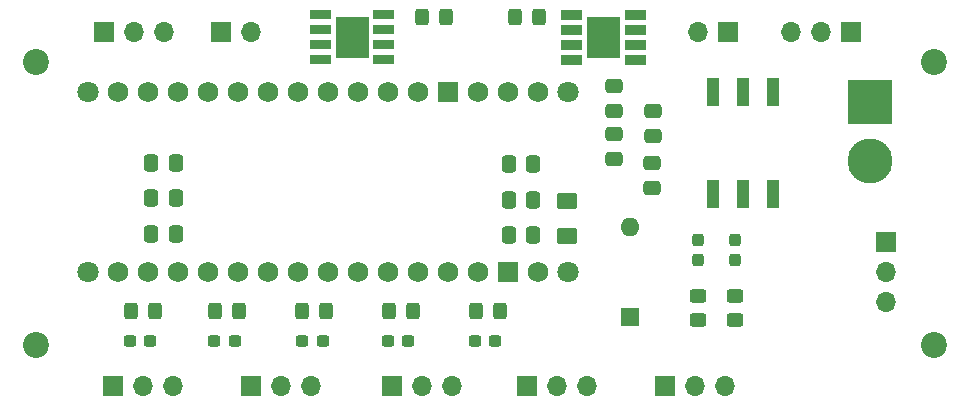
<source format=gbr>
%TF.GenerationSoftware,KiCad,Pcbnew,7.0.9*%
%TF.CreationDate,2024-06-02T15:37:05-06:00*%
%TF.ProjectId,luytenPCB,6c757974-656e-4504-9342-2e6b69636164,rev?*%
%TF.SameCoordinates,Original*%
%TF.FileFunction,Soldermask,Top*%
%TF.FilePolarity,Negative*%
%FSLAX46Y46*%
G04 Gerber Fmt 4.6, Leading zero omitted, Abs format (unit mm)*
G04 Created by KiCad (PCBNEW 7.0.9) date 2024-06-02 15:37:05*
%MOMM*%
%LPD*%
G01*
G04 APERTURE LIST*
G04 Aperture macros list*
%AMRoundRect*
0 Rectangle with rounded corners*
0 $1 Rounding radius*
0 $2 $3 $4 $5 $6 $7 $8 $9 X,Y pos of 4 corners*
0 Add a 4 corners polygon primitive as box body*
4,1,4,$2,$3,$4,$5,$6,$7,$8,$9,$2,$3,0*
0 Add four circle primitives for the rounded corners*
1,1,$1+$1,$2,$3*
1,1,$1+$1,$4,$5*
1,1,$1+$1,$6,$7*
1,1,$1+$1,$8,$9*
0 Add four rect primitives between the rounded corners*
20,1,$1+$1,$2,$3,$4,$5,0*
20,1,$1+$1,$4,$5,$6,$7,0*
20,1,$1+$1,$6,$7,$8,$9,0*
20,1,$1+$1,$8,$9,$2,$3,0*%
G04 Aperture macros list end*
%ADD10C,0.010000*%
%ADD11R,3.800000X3.800000*%
%ADD12C,3.800000*%
%ADD13RoundRect,0.250000X-0.325000X-0.450000X0.325000X-0.450000X0.325000X0.450000X-0.325000X0.450000X0*%
%ADD14RoundRect,0.250000X0.325000X0.450000X-0.325000X0.450000X-0.325000X-0.450000X0.325000X-0.450000X0*%
%ADD15RoundRect,0.250000X0.475000X-0.337500X0.475000X0.337500X-0.475000X0.337500X-0.475000X-0.337500X0*%
%ADD16RoundRect,0.250000X-0.475000X0.337500X-0.475000X-0.337500X0.475000X-0.337500X0.475000X0.337500X0*%
%ADD17RoundRect,0.250000X-0.337500X-0.475000X0.337500X-0.475000X0.337500X0.475000X-0.337500X0.475000X0*%
%ADD18RoundRect,0.237500X-0.237500X0.300000X-0.237500X-0.300000X0.237500X-0.300000X0.237500X0.300000X0*%
%ADD19C,2.200000*%
%ADD20C,1.800000*%
%ADD21C,1.727200*%
%ADD22R,1.727200X1.727200*%
%ADD23RoundRect,0.250000X0.450000X-0.325000X0.450000X0.325000X-0.450000X0.325000X-0.450000X-0.325000X0*%
%ADD24R,1.120000X2.440000*%
%ADD25R,1.700000X1.700000*%
%ADD26O,1.700000X1.700000*%
%ADD27RoundRect,0.237500X0.300000X0.237500X-0.300000X0.237500X-0.300000X-0.237500X0.300000X-0.237500X0*%
%ADD28RoundRect,0.250000X0.337500X0.475000X-0.337500X0.475000X-0.337500X-0.475000X0.337500X-0.475000X0*%
%ADD29RoundRect,0.250001X-0.624999X0.462499X-0.624999X-0.462499X0.624999X-0.462499X0.624999X0.462499X0*%
%ADD30R,1.600000X1.600000*%
%ADD31O,1.600000X1.600000*%
G04 APERTURE END LIST*
%TO.C,IC1*%
D10*
X93651000Y-32561000D02*
X90941000Y-32561000D01*
X90941000Y-29161000D01*
X93651000Y-29161000D01*
X93651000Y-32561000D01*
G36*
X93651000Y-32561000D02*
G01*
X90941000Y-32561000D01*
X90941000Y-29161000D01*
X93651000Y-29161000D01*
X93651000Y-32561000D01*
G37*
X90399000Y-28587000D02*
X90401000Y-28587000D01*
X90404000Y-28588000D01*
X90406000Y-28588000D01*
X90409000Y-28589000D01*
X90411000Y-28590000D01*
X90414000Y-28591000D01*
X90416000Y-28593000D01*
X90418000Y-28594000D01*
X90420000Y-28596000D01*
X90422000Y-28597000D01*
X90424000Y-28599000D01*
X90426000Y-28601000D01*
X90428000Y-28603000D01*
X90430000Y-28605000D01*
X90431000Y-28607000D01*
X90433000Y-28609000D01*
X90434000Y-28611000D01*
X90436000Y-28613000D01*
X90437000Y-28616000D01*
X90438000Y-28618000D01*
X90439000Y-28621000D01*
X90439000Y-28623000D01*
X90440000Y-28626000D01*
X90440000Y-28628000D01*
X90441000Y-28631000D01*
X90441000Y-28633000D01*
X90441000Y-28636000D01*
X90441000Y-29276000D01*
X90441000Y-29279000D01*
X90441000Y-29281000D01*
X90440000Y-29284000D01*
X90440000Y-29286000D01*
X90439000Y-29289000D01*
X90439000Y-29291000D01*
X90438000Y-29294000D01*
X90437000Y-29296000D01*
X90436000Y-29299000D01*
X90434000Y-29301000D01*
X90433000Y-29303000D01*
X90431000Y-29305000D01*
X90430000Y-29307000D01*
X90428000Y-29309000D01*
X90426000Y-29311000D01*
X90424000Y-29313000D01*
X90422000Y-29315000D01*
X90420000Y-29316000D01*
X90418000Y-29318000D01*
X90416000Y-29319000D01*
X90414000Y-29321000D01*
X90411000Y-29322000D01*
X90409000Y-29323000D01*
X90406000Y-29324000D01*
X90404000Y-29324000D01*
X90401000Y-29325000D01*
X90399000Y-29325000D01*
X90396000Y-29326000D01*
X90394000Y-29326000D01*
X90391000Y-29326000D01*
X88801000Y-29326000D01*
X88798000Y-29326000D01*
X88796000Y-29326000D01*
X88793000Y-29325000D01*
X88791000Y-29325000D01*
X88788000Y-29324000D01*
X88786000Y-29324000D01*
X88783000Y-29323000D01*
X88781000Y-29322000D01*
X88778000Y-29321000D01*
X88776000Y-29319000D01*
X88774000Y-29318000D01*
X88772000Y-29316000D01*
X88770000Y-29315000D01*
X88768000Y-29313000D01*
X88766000Y-29311000D01*
X88764000Y-29309000D01*
X88762000Y-29307000D01*
X88761000Y-29305000D01*
X88759000Y-29303000D01*
X88758000Y-29301000D01*
X88756000Y-29299000D01*
X88755000Y-29296000D01*
X88754000Y-29294000D01*
X88753000Y-29291000D01*
X88753000Y-29289000D01*
X88752000Y-29286000D01*
X88752000Y-29284000D01*
X88751000Y-29281000D01*
X88751000Y-29279000D01*
X88751000Y-29276000D01*
X88751000Y-28636000D01*
X88751000Y-28633000D01*
X88751000Y-28631000D01*
X88752000Y-28628000D01*
X88752000Y-28626000D01*
X88753000Y-28623000D01*
X88753000Y-28621000D01*
X88754000Y-28618000D01*
X88755000Y-28616000D01*
X88756000Y-28613000D01*
X88758000Y-28611000D01*
X88759000Y-28609000D01*
X88761000Y-28607000D01*
X88762000Y-28605000D01*
X88764000Y-28603000D01*
X88766000Y-28601000D01*
X88768000Y-28599000D01*
X88770000Y-28597000D01*
X88772000Y-28596000D01*
X88774000Y-28594000D01*
X88776000Y-28593000D01*
X88778000Y-28591000D01*
X88781000Y-28590000D01*
X88783000Y-28589000D01*
X88786000Y-28588000D01*
X88788000Y-28588000D01*
X88791000Y-28587000D01*
X88793000Y-28587000D01*
X88796000Y-28586000D01*
X88798000Y-28586000D01*
X88801000Y-28586000D01*
X90391000Y-28586000D01*
X90394000Y-28586000D01*
X90396000Y-28586000D01*
X90399000Y-28587000D01*
G36*
X90399000Y-28587000D02*
G01*
X90401000Y-28587000D01*
X90404000Y-28588000D01*
X90406000Y-28588000D01*
X90409000Y-28589000D01*
X90411000Y-28590000D01*
X90414000Y-28591000D01*
X90416000Y-28593000D01*
X90418000Y-28594000D01*
X90420000Y-28596000D01*
X90422000Y-28597000D01*
X90424000Y-28599000D01*
X90426000Y-28601000D01*
X90428000Y-28603000D01*
X90430000Y-28605000D01*
X90431000Y-28607000D01*
X90433000Y-28609000D01*
X90434000Y-28611000D01*
X90436000Y-28613000D01*
X90437000Y-28616000D01*
X90438000Y-28618000D01*
X90439000Y-28621000D01*
X90439000Y-28623000D01*
X90440000Y-28626000D01*
X90440000Y-28628000D01*
X90441000Y-28631000D01*
X90441000Y-28633000D01*
X90441000Y-28636000D01*
X90441000Y-29276000D01*
X90441000Y-29279000D01*
X90441000Y-29281000D01*
X90440000Y-29284000D01*
X90440000Y-29286000D01*
X90439000Y-29289000D01*
X90439000Y-29291000D01*
X90438000Y-29294000D01*
X90437000Y-29296000D01*
X90436000Y-29299000D01*
X90434000Y-29301000D01*
X90433000Y-29303000D01*
X90431000Y-29305000D01*
X90430000Y-29307000D01*
X90428000Y-29309000D01*
X90426000Y-29311000D01*
X90424000Y-29313000D01*
X90422000Y-29315000D01*
X90420000Y-29316000D01*
X90418000Y-29318000D01*
X90416000Y-29319000D01*
X90414000Y-29321000D01*
X90411000Y-29322000D01*
X90409000Y-29323000D01*
X90406000Y-29324000D01*
X90404000Y-29324000D01*
X90401000Y-29325000D01*
X90399000Y-29325000D01*
X90396000Y-29326000D01*
X90394000Y-29326000D01*
X90391000Y-29326000D01*
X88801000Y-29326000D01*
X88798000Y-29326000D01*
X88796000Y-29326000D01*
X88793000Y-29325000D01*
X88791000Y-29325000D01*
X88788000Y-29324000D01*
X88786000Y-29324000D01*
X88783000Y-29323000D01*
X88781000Y-29322000D01*
X88778000Y-29321000D01*
X88776000Y-29319000D01*
X88774000Y-29318000D01*
X88772000Y-29316000D01*
X88770000Y-29315000D01*
X88768000Y-29313000D01*
X88766000Y-29311000D01*
X88764000Y-29309000D01*
X88762000Y-29307000D01*
X88761000Y-29305000D01*
X88759000Y-29303000D01*
X88758000Y-29301000D01*
X88756000Y-29299000D01*
X88755000Y-29296000D01*
X88754000Y-29294000D01*
X88753000Y-29291000D01*
X88753000Y-29289000D01*
X88752000Y-29286000D01*
X88752000Y-29284000D01*
X88751000Y-29281000D01*
X88751000Y-29279000D01*
X88751000Y-29276000D01*
X88751000Y-28636000D01*
X88751000Y-28633000D01*
X88751000Y-28631000D01*
X88752000Y-28628000D01*
X88752000Y-28626000D01*
X88753000Y-28623000D01*
X88753000Y-28621000D01*
X88754000Y-28618000D01*
X88755000Y-28616000D01*
X88756000Y-28613000D01*
X88758000Y-28611000D01*
X88759000Y-28609000D01*
X88761000Y-28607000D01*
X88762000Y-28605000D01*
X88764000Y-28603000D01*
X88766000Y-28601000D01*
X88768000Y-28599000D01*
X88770000Y-28597000D01*
X88772000Y-28596000D01*
X88774000Y-28594000D01*
X88776000Y-28593000D01*
X88778000Y-28591000D01*
X88781000Y-28590000D01*
X88783000Y-28589000D01*
X88786000Y-28588000D01*
X88788000Y-28588000D01*
X88791000Y-28587000D01*
X88793000Y-28587000D01*
X88796000Y-28586000D01*
X88798000Y-28586000D01*
X88801000Y-28586000D01*
X90391000Y-28586000D01*
X90394000Y-28586000D01*
X90396000Y-28586000D01*
X90399000Y-28587000D01*
G37*
X90399000Y-29857000D02*
X90401000Y-29857000D01*
X90404000Y-29858000D01*
X90406000Y-29858000D01*
X90409000Y-29859000D01*
X90411000Y-29860000D01*
X90414000Y-29861000D01*
X90416000Y-29863000D01*
X90418000Y-29864000D01*
X90420000Y-29866000D01*
X90422000Y-29867000D01*
X90424000Y-29869000D01*
X90426000Y-29871000D01*
X90428000Y-29873000D01*
X90430000Y-29875000D01*
X90431000Y-29877000D01*
X90433000Y-29879000D01*
X90434000Y-29881000D01*
X90436000Y-29883000D01*
X90437000Y-29886000D01*
X90438000Y-29888000D01*
X90439000Y-29891000D01*
X90439000Y-29893000D01*
X90440000Y-29896000D01*
X90440000Y-29898000D01*
X90441000Y-29901000D01*
X90441000Y-29903000D01*
X90441000Y-29906000D01*
X90441000Y-30546000D01*
X90441000Y-30549000D01*
X90441000Y-30551000D01*
X90440000Y-30554000D01*
X90440000Y-30556000D01*
X90439000Y-30559000D01*
X90439000Y-30561000D01*
X90438000Y-30564000D01*
X90437000Y-30566000D01*
X90436000Y-30569000D01*
X90434000Y-30571000D01*
X90433000Y-30573000D01*
X90431000Y-30575000D01*
X90430000Y-30577000D01*
X90428000Y-30579000D01*
X90426000Y-30581000D01*
X90424000Y-30583000D01*
X90422000Y-30585000D01*
X90420000Y-30586000D01*
X90418000Y-30588000D01*
X90416000Y-30589000D01*
X90414000Y-30591000D01*
X90411000Y-30592000D01*
X90409000Y-30593000D01*
X90406000Y-30594000D01*
X90404000Y-30594000D01*
X90401000Y-30595000D01*
X90399000Y-30595000D01*
X90396000Y-30596000D01*
X90394000Y-30596000D01*
X90391000Y-30596000D01*
X88801000Y-30596000D01*
X88798000Y-30596000D01*
X88796000Y-30596000D01*
X88793000Y-30595000D01*
X88791000Y-30595000D01*
X88788000Y-30594000D01*
X88786000Y-30594000D01*
X88783000Y-30593000D01*
X88781000Y-30592000D01*
X88778000Y-30591000D01*
X88776000Y-30589000D01*
X88774000Y-30588000D01*
X88772000Y-30586000D01*
X88770000Y-30585000D01*
X88768000Y-30583000D01*
X88766000Y-30581000D01*
X88764000Y-30579000D01*
X88762000Y-30577000D01*
X88761000Y-30575000D01*
X88759000Y-30573000D01*
X88758000Y-30571000D01*
X88756000Y-30569000D01*
X88755000Y-30566000D01*
X88754000Y-30564000D01*
X88753000Y-30561000D01*
X88753000Y-30559000D01*
X88752000Y-30556000D01*
X88752000Y-30554000D01*
X88751000Y-30551000D01*
X88751000Y-30549000D01*
X88751000Y-30546000D01*
X88751000Y-29906000D01*
X88751000Y-29903000D01*
X88751000Y-29901000D01*
X88752000Y-29898000D01*
X88752000Y-29896000D01*
X88753000Y-29893000D01*
X88753000Y-29891000D01*
X88754000Y-29888000D01*
X88755000Y-29886000D01*
X88756000Y-29883000D01*
X88758000Y-29881000D01*
X88759000Y-29879000D01*
X88761000Y-29877000D01*
X88762000Y-29875000D01*
X88764000Y-29873000D01*
X88766000Y-29871000D01*
X88768000Y-29869000D01*
X88770000Y-29867000D01*
X88772000Y-29866000D01*
X88774000Y-29864000D01*
X88776000Y-29863000D01*
X88778000Y-29861000D01*
X88781000Y-29860000D01*
X88783000Y-29859000D01*
X88786000Y-29858000D01*
X88788000Y-29858000D01*
X88791000Y-29857000D01*
X88793000Y-29857000D01*
X88796000Y-29856000D01*
X88798000Y-29856000D01*
X88801000Y-29856000D01*
X90391000Y-29856000D01*
X90394000Y-29856000D01*
X90396000Y-29856000D01*
X90399000Y-29857000D01*
G36*
X90399000Y-29857000D02*
G01*
X90401000Y-29857000D01*
X90404000Y-29858000D01*
X90406000Y-29858000D01*
X90409000Y-29859000D01*
X90411000Y-29860000D01*
X90414000Y-29861000D01*
X90416000Y-29863000D01*
X90418000Y-29864000D01*
X90420000Y-29866000D01*
X90422000Y-29867000D01*
X90424000Y-29869000D01*
X90426000Y-29871000D01*
X90428000Y-29873000D01*
X90430000Y-29875000D01*
X90431000Y-29877000D01*
X90433000Y-29879000D01*
X90434000Y-29881000D01*
X90436000Y-29883000D01*
X90437000Y-29886000D01*
X90438000Y-29888000D01*
X90439000Y-29891000D01*
X90439000Y-29893000D01*
X90440000Y-29896000D01*
X90440000Y-29898000D01*
X90441000Y-29901000D01*
X90441000Y-29903000D01*
X90441000Y-29906000D01*
X90441000Y-30546000D01*
X90441000Y-30549000D01*
X90441000Y-30551000D01*
X90440000Y-30554000D01*
X90440000Y-30556000D01*
X90439000Y-30559000D01*
X90439000Y-30561000D01*
X90438000Y-30564000D01*
X90437000Y-30566000D01*
X90436000Y-30569000D01*
X90434000Y-30571000D01*
X90433000Y-30573000D01*
X90431000Y-30575000D01*
X90430000Y-30577000D01*
X90428000Y-30579000D01*
X90426000Y-30581000D01*
X90424000Y-30583000D01*
X90422000Y-30585000D01*
X90420000Y-30586000D01*
X90418000Y-30588000D01*
X90416000Y-30589000D01*
X90414000Y-30591000D01*
X90411000Y-30592000D01*
X90409000Y-30593000D01*
X90406000Y-30594000D01*
X90404000Y-30594000D01*
X90401000Y-30595000D01*
X90399000Y-30595000D01*
X90396000Y-30596000D01*
X90394000Y-30596000D01*
X90391000Y-30596000D01*
X88801000Y-30596000D01*
X88798000Y-30596000D01*
X88796000Y-30596000D01*
X88793000Y-30595000D01*
X88791000Y-30595000D01*
X88788000Y-30594000D01*
X88786000Y-30594000D01*
X88783000Y-30593000D01*
X88781000Y-30592000D01*
X88778000Y-30591000D01*
X88776000Y-30589000D01*
X88774000Y-30588000D01*
X88772000Y-30586000D01*
X88770000Y-30585000D01*
X88768000Y-30583000D01*
X88766000Y-30581000D01*
X88764000Y-30579000D01*
X88762000Y-30577000D01*
X88761000Y-30575000D01*
X88759000Y-30573000D01*
X88758000Y-30571000D01*
X88756000Y-30569000D01*
X88755000Y-30566000D01*
X88754000Y-30564000D01*
X88753000Y-30561000D01*
X88753000Y-30559000D01*
X88752000Y-30556000D01*
X88752000Y-30554000D01*
X88751000Y-30551000D01*
X88751000Y-30549000D01*
X88751000Y-30546000D01*
X88751000Y-29906000D01*
X88751000Y-29903000D01*
X88751000Y-29901000D01*
X88752000Y-29898000D01*
X88752000Y-29896000D01*
X88753000Y-29893000D01*
X88753000Y-29891000D01*
X88754000Y-29888000D01*
X88755000Y-29886000D01*
X88756000Y-29883000D01*
X88758000Y-29881000D01*
X88759000Y-29879000D01*
X88761000Y-29877000D01*
X88762000Y-29875000D01*
X88764000Y-29873000D01*
X88766000Y-29871000D01*
X88768000Y-29869000D01*
X88770000Y-29867000D01*
X88772000Y-29866000D01*
X88774000Y-29864000D01*
X88776000Y-29863000D01*
X88778000Y-29861000D01*
X88781000Y-29860000D01*
X88783000Y-29859000D01*
X88786000Y-29858000D01*
X88788000Y-29858000D01*
X88791000Y-29857000D01*
X88793000Y-29857000D01*
X88796000Y-29856000D01*
X88798000Y-29856000D01*
X88801000Y-29856000D01*
X90391000Y-29856000D01*
X90394000Y-29856000D01*
X90396000Y-29856000D01*
X90399000Y-29857000D01*
G37*
X90399000Y-31127000D02*
X90401000Y-31127000D01*
X90404000Y-31128000D01*
X90406000Y-31128000D01*
X90409000Y-31129000D01*
X90411000Y-31130000D01*
X90414000Y-31131000D01*
X90416000Y-31133000D01*
X90418000Y-31134000D01*
X90420000Y-31136000D01*
X90422000Y-31137000D01*
X90424000Y-31139000D01*
X90426000Y-31141000D01*
X90428000Y-31143000D01*
X90430000Y-31145000D01*
X90431000Y-31147000D01*
X90433000Y-31149000D01*
X90434000Y-31151000D01*
X90436000Y-31153000D01*
X90437000Y-31156000D01*
X90438000Y-31158000D01*
X90439000Y-31161000D01*
X90439000Y-31163000D01*
X90440000Y-31166000D01*
X90440000Y-31168000D01*
X90441000Y-31171000D01*
X90441000Y-31173000D01*
X90441000Y-31176000D01*
X90441000Y-31816000D01*
X90441000Y-31819000D01*
X90441000Y-31821000D01*
X90440000Y-31824000D01*
X90440000Y-31826000D01*
X90439000Y-31829000D01*
X90439000Y-31831000D01*
X90438000Y-31834000D01*
X90437000Y-31836000D01*
X90436000Y-31839000D01*
X90434000Y-31841000D01*
X90433000Y-31843000D01*
X90431000Y-31845000D01*
X90430000Y-31847000D01*
X90428000Y-31849000D01*
X90426000Y-31851000D01*
X90424000Y-31853000D01*
X90422000Y-31855000D01*
X90420000Y-31856000D01*
X90418000Y-31858000D01*
X90416000Y-31859000D01*
X90414000Y-31861000D01*
X90411000Y-31862000D01*
X90409000Y-31863000D01*
X90406000Y-31864000D01*
X90404000Y-31864000D01*
X90401000Y-31865000D01*
X90399000Y-31865000D01*
X90396000Y-31866000D01*
X90394000Y-31866000D01*
X90391000Y-31866000D01*
X88801000Y-31866000D01*
X88798000Y-31866000D01*
X88796000Y-31866000D01*
X88793000Y-31865000D01*
X88791000Y-31865000D01*
X88788000Y-31864000D01*
X88786000Y-31864000D01*
X88783000Y-31863000D01*
X88781000Y-31862000D01*
X88778000Y-31861000D01*
X88776000Y-31859000D01*
X88774000Y-31858000D01*
X88772000Y-31856000D01*
X88770000Y-31855000D01*
X88768000Y-31853000D01*
X88766000Y-31851000D01*
X88764000Y-31849000D01*
X88762000Y-31847000D01*
X88761000Y-31845000D01*
X88759000Y-31843000D01*
X88758000Y-31841000D01*
X88756000Y-31839000D01*
X88755000Y-31836000D01*
X88754000Y-31834000D01*
X88753000Y-31831000D01*
X88753000Y-31829000D01*
X88752000Y-31826000D01*
X88752000Y-31824000D01*
X88751000Y-31821000D01*
X88751000Y-31819000D01*
X88751000Y-31816000D01*
X88751000Y-31176000D01*
X88751000Y-31173000D01*
X88751000Y-31171000D01*
X88752000Y-31168000D01*
X88752000Y-31166000D01*
X88753000Y-31163000D01*
X88753000Y-31161000D01*
X88754000Y-31158000D01*
X88755000Y-31156000D01*
X88756000Y-31153000D01*
X88758000Y-31151000D01*
X88759000Y-31149000D01*
X88761000Y-31147000D01*
X88762000Y-31145000D01*
X88764000Y-31143000D01*
X88766000Y-31141000D01*
X88768000Y-31139000D01*
X88770000Y-31137000D01*
X88772000Y-31136000D01*
X88774000Y-31134000D01*
X88776000Y-31133000D01*
X88778000Y-31131000D01*
X88781000Y-31130000D01*
X88783000Y-31129000D01*
X88786000Y-31128000D01*
X88788000Y-31128000D01*
X88791000Y-31127000D01*
X88793000Y-31127000D01*
X88796000Y-31126000D01*
X88798000Y-31126000D01*
X88801000Y-31126000D01*
X90391000Y-31126000D01*
X90394000Y-31126000D01*
X90396000Y-31126000D01*
X90399000Y-31127000D01*
G36*
X90399000Y-31127000D02*
G01*
X90401000Y-31127000D01*
X90404000Y-31128000D01*
X90406000Y-31128000D01*
X90409000Y-31129000D01*
X90411000Y-31130000D01*
X90414000Y-31131000D01*
X90416000Y-31133000D01*
X90418000Y-31134000D01*
X90420000Y-31136000D01*
X90422000Y-31137000D01*
X90424000Y-31139000D01*
X90426000Y-31141000D01*
X90428000Y-31143000D01*
X90430000Y-31145000D01*
X90431000Y-31147000D01*
X90433000Y-31149000D01*
X90434000Y-31151000D01*
X90436000Y-31153000D01*
X90437000Y-31156000D01*
X90438000Y-31158000D01*
X90439000Y-31161000D01*
X90439000Y-31163000D01*
X90440000Y-31166000D01*
X90440000Y-31168000D01*
X90441000Y-31171000D01*
X90441000Y-31173000D01*
X90441000Y-31176000D01*
X90441000Y-31816000D01*
X90441000Y-31819000D01*
X90441000Y-31821000D01*
X90440000Y-31824000D01*
X90440000Y-31826000D01*
X90439000Y-31829000D01*
X90439000Y-31831000D01*
X90438000Y-31834000D01*
X90437000Y-31836000D01*
X90436000Y-31839000D01*
X90434000Y-31841000D01*
X90433000Y-31843000D01*
X90431000Y-31845000D01*
X90430000Y-31847000D01*
X90428000Y-31849000D01*
X90426000Y-31851000D01*
X90424000Y-31853000D01*
X90422000Y-31855000D01*
X90420000Y-31856000D01*
X90418000Y-31858000D01*
X90416000Y-31859000D01*
X90414000Y-31861000D01*
X90411000Y-31862000D01*
X90409000Y-31863000D01*
X90406000Y-31864000D01*
X90404000Y-31864000D01*
X90401000Y-31865000D01*
X90399000Y-31865000D01*
X90396000Y-31866000D01*
X90394000Y-31866000D01*
X90391000Y-31866000D01*
X88801000Y-31866000D01*
X88798000Y-31866000D01*
X88796000Y-31866000D01*
X88793000Y-31865000D01*
X88791000Y-31865000D01*
X88788000Y-31864000D01*
X88786000Y-31864000D01*
X88783000Y-31863000D01*
X88781000Y-31862000D01*
X88778000Y-31861000D01*
X88776000Y-31859000D01*
X88774000Y-31858000D01*
X88772000Y-31856000D01*
X88770000Y-31855000D01*
X88768000Y-31853000D01*
X88766000Y-31851000D01*
X88764000Y-31849000D01*
X88762000Y-31847000D01*
X88761000Y-31845000D01*
X88759000Y-31843000D01*
X88758000Y-31841000D01*
X88756000Y-31839000D01*
X88755000Y-31836000D01*
X88754000Y-31834000D01*
X88753000Y-31831000D01*
X88753000Y-31829000D01*
X88752000Y-31826000D01*
X88752000Y-31824000D01*
X88751000Y-31821000D01*
X88751000Y-31819000D01*
X88751000Y-31816000D01*
X88751000Y-31176000D01*
X88751000Y-31173000D01*
X88751000Y-31171000D01*
X88752000Y-31168000D01*
X88752000Y-31166000D01*
X88753000Y-31163000D01*
X88753000Y-31161000D01*
X88754000Y-31158000D01*
X88755000Y-31156000D01*
X88756000Y-31153000D01*
X88758000Y-31151000D01*
X88759000Y-31149000D01*
X88761000Y-31147000D01*
X88762000Y-31145000D01*
X88764000Y-31143000D01*
X88766000Y-31141000D01*
X88768000Y-31139000D01*
X88770000Y-31137000D01*
X88772000Y-31136000D01*
X88774000Y-31134000D01*
X88776000Y-31133000D01*
X88778000Y-31131000D01*
X88781000Y-31130000D01*
X88783000Y-31129000D01*
X88786000Y-31128000D01*
X88788000Y-31128000D01*
X88791000Y-31127000D01*
X88793000Y-31127000D01*
X88796000Y-31126000D01*
X88798000Y-31126000D01*
X88801000Y-31126000D01*
X90391000Y-31126000D01*
X90394000Y-31126000D01*
X90396000Y-31126000D01*
X90399000Y-31127000D01*
G37*
X90399000Y-32397000D02*
X90401000Y-32397000D01*
X90404000Y-32398000D01*
X90406000Y-32398000D01*
X90409000Y-32399000D01*
X90411000Y-32400000D01*
X90414000Y-32401000D01*
X90416000Y-32403000D01*
X90418000Y-32404000D01*
X90420000Y-32406000D01*
X90422000Y-32407000D01*
X90424000Y-32409000D01*
X90426000Y-32411000D01*
X90428000Y-32413000D01*
X90430000Y-32415000D01*
X90431000Y-32417000D01*
X90433000Y-32419000D01*
X90434000Y-32421000D01*
X90436000Y-32423000D01*
X90437000Y-32426000D01*
X90438000Y-32428000D01*
X90439000Y-32431000D01*
X90439000Y-32433000D01*
X90440000Y-32436000D01*
X90440000Y-32438000D01*
X90441000Y-32441000D01*
X90441000Y-32443000D01*
X90441000Y-32446000D01*
X90441000Y-33086000D01*
X90441000Y-33089000D01*
X90441000Y-33091000D01*
X90440000Y-33094000D01*
X90440000Y-33096000D01*
X90439000Y-33099000D01*
X90439000Y-33101000D01*
X90438000Y-33104000D01*
X90437000Y-33106000D01*
X90436000Y-33109000D01*
X90434000Y-33111000D01*
X90433000Y-33113000D01*
X90431000Y-33115000D01*
X90430000Y-33117000D01*
X90428000Y-33119000D01*
X90426000Y-33121000D01*
X90424000Y-33123000D01*
X90422000Y-33125000D01*
X90420000Y-33126000D01*
X90418000Y-33128000D01*
X90416000Y-33129000D01*
X90414000Y-33131000D01*
X90411000Y-33132000D01*
X90409000Y-33133000D01*
X90406000Y-33134000D01*
X90404000Y-33134000D01*
X90401000Y-33135000D01*
X90399000Y-33135000D01*
X90396000Y-33136000D01*
X90394000Y-33136000D01*
X90391000Y-33136000D01*
X88801000Y-33136000D01*
X88798000Y-33136000D01*
X88796000Y-33136000D01*
X88793000Y-33135000D01*
X88791000Y-33135000D01*
X88788000Y-33134000D01*
X88786000Y-33134000D01*
X88783000Y-33133000D01*
X88781000Y-33132000D01*
X88778000Y-33131000D01*
X88776000Y-33129000D01*
X88774000Y-33128000D01*
X88772000Y-33126000D01*
X88770000Y-33125000D01*
X88768000Y-33123000D01*
X88766000Y-33121000D01*
X88764000Y-33119000D01*
X88762000Y-33117000D01*
X88761000Y-33115000D01*
X88759000Y-33113000D01*
X88758000Y-33111000D01*
X88756000Y-33109000D01*
X88755000Y-33106000D01*
X88754000Y-33104000D01*
X88753000Y-33101000D01*
X88753000Y-33099000D01*
X88752000Y-33096000D01*
X88752000Y-33094000D01*
X88751000Y-33091000D01*
X88751000Y-33089000D01*
X88751000Y-33086000D01*
X88751000Y-32446000D01*
X88751000Y-32443000D01*
X88751000Y-32441000D01*
X88752000Y-32438000D01*
X88752000Y-32436000D01*
X88753000Y-32433000D01*
X88753000Y-32431000D01*
X88754000Y-32428000D01*
X88755000Y-32426000D01*
X88756000Y-32423000D01*
X88758000Y-32421000D01*
X88759000Y-32419000D01*
X88761000Y-32417000D01*
X88762000Y-32415000D01*
X88764000Y-32413000D01*
X88766000Y-32411000D01*
X88768000Y-32409000D01*
X88770000Y-32407000D01*
X88772000Y-32406000D01*
X88774000Y-32404000D01*
X88776000Y-32403000D01*
X88778000Y-32401000D01*
X88781000Y-32400000D01*
X88783000Y-32399000D01*
X88786000Y-32398000D01*
X88788000Y-32398000D01*
X88791000Y-32397000D01*
X88793000Y-32397000D01*
X88796000Y-32396000D01*
X88798000Y-32396000D01*
X88801000Y-32396000D01*
X90391000Y-32396000D01*
X90394000Y-32396000D01*
X90396000Y-32396000D01*
X90399000Y-32397000D01*
G36*
X90399000Y-32397000D02*
G01*
X90401000Y-32397000D01*
X90404000Y-32398000D01*
X90406000Y-32398000D01*
X90409000Y-32399000D01*
X90411000Y-32400000D01*
X90414000Y-32401000D01*
X90416000Y-32403000D01*
X90418000Y-32404000D01*
X90420000Y-32406000D01*
X90422000Y-32407000D01*
X90424000Y-32409000D01*
X90426000Y-32411000D01*
X90428000Y-32413000D01*
X90430000Y-32415000D01*
X90431000Y-32417000D01*
X90433000Y-32419000D01*
X90434000Y-32421000D01*
X90436000Y-32423000D01*
X90437000Y-32426000D01*
X90438000Y-32428000D01*
X90439000Y-32431000D01*
X90439000Y-32433000D01*
X90440000Y-32436000D01*
X90440000Y-32438000D01*
X90441000Y-32441000D01*
X90441000Y-32443000D01*
X90441000Y-32446000D01*
X90441000Y-33086000D01*
X90441000Y-33089000D01*
X90441000Y-33091000D01*
X90440000Y-33094000D01*
X90440000Y-33096000D01*
X90439000Y-33099000D01*
X90439000Y-33101000D01*
X90438000Y-33104000D01*
X90437000Y-33106000D01*
X90436000Y-33109000D01*
X90434000Y-33111000D01*
X90433000Y-33113000D01*
X90431000Y-33115000D01*
X90430000Y-33117000D01*
X90428000Y-33119000D01*
X90426000Y-33121000D01*
X90424000Y-33123000D01*
X90422000Y-33125000D01*
X90420000Y-33126000D01*
X90418000Y-33128000D01*
X90416000Y-33129000D01*
X90414000Y-33131000D01*
X90411000Y-33132000D01*
X90409000Y-33133000D01*
X90406000Y-33134000D01*
X90404000Y-33134000D01*
X90401000Y-33135000D01*
X90399000Y-33135000D01*
X90396000Y-33136000D01*
X90394000Y-33136000D01*
X90391000Y-33136000D01*
X88801000Y-33136000D01*
X88798000Y-33136000D01*
X88796000Y-33136000D01*
X88793000Y-33135000D01*
X88791000Y-33135000D01*
X88788000Y-33134000D01*
X88786000Y-33134000D01*
X88783000Y-33133000D01*
X88781000Y-33132000D01*
X88778000Y-33131000D01*
X88776000Y-33129000D01*
X88774000Y-33128000D01*
X88772000Y-33126000D01*
X88770000Y-33125000D01*
X88768000Y-33123000D01*
X88766000Y-33121000D01*
X88764000Y-33119000D01*
X88762000Y-33117000D01*
X88761000Y-33115000D01*
X88759000Y-33113000D01*
X88758000Y-33111000D01*
X88756000Y-33109000D01*
X88755000Y-33106000D01*
X88754000Y-33104000D01*
X88753000Y-33101000D01*
X88753000Y-33099000D01*
X88752000Y-33096000D01*
X88752000Y-33094000D01*
X88751000Y-33091000D01*
X88751000Y-33089000D01*
X88751000Y-33086000D01*
X88751000Y-32446000D01*
X88751000Y-32443000D01*
X88751000Y-32441000D01*
X88752000Y-32438000D01*
X88752000Y-32436000D01*
X88753000Y-32433000D01*
X88753000Y-32431000D01*
X88754000Y-32428000D01*
X88755000Y-32426000D01*
X88756000Y-32423000D01*
X88758000Y-32421000D01*
X88759000Y-32419000D01*
X88761000Y-32417000D01*
X88762000Y-32415000D01*
X88764000Y-32413000D01*
X88766000Y-32411000D01*
X88768000Y-32409000D01*
X88770000Y-32407000D01*
X88772000Y-32406000D01*
X88774000Y-32404000D01*
X88776000Y-32403000D01*
X88778000Y-32401000D01*
X88781000Y-32400000D01*
X88783000Y-32399000D01*
X88786000Y-32398000D01*
X88788000Y-32398000D01*
X88791000Y-32397000D01*
X88793000Y-32397000D01*
X88796000Y-32396000D01*
X88798000Y-32396000D01*
X88801000Y-32396000D01*
X90391000Y-32396000D01*
X90394000Y-32396000D01*
X90396000Y-32396000D01*
X90399000Y-32397000D01*
G37*
X95799000Y-28587000D02*
X95801000Y-28587000D01*
X95804000Y-28588000D01*
X95806000Y-28588000D01*
X95809000Y-28589000D01*
X95811000Y-28590000D01*
X95814000Y-28591000D01*
X95816000Y-28593000D01*
X95818000Y-28594000D01*
X95820000Y-28596000D01*
X95822000Y-28597000D01*
X95824000Y-28599000D01*
X95826000Y-28601000D01*
X95828000Y-28603000D01*
X95830000Y-28605000D01*
X95831000Y-28607000D01*
X95833000Y-28609000D01*
X95834000Y-28611000D01*
X95836000Y-28613000D01*
X95837000Y-28616000D01*
X95838000Y-28618000D01*
X95839000Y-28621000D01*
X95839000Y-28623000D01*
X95840000Y-28626000D01*
X95840000Y-28628000D01*
X95841000Y-28631000D01*
X95841000Y-28633000D01*
X95841000Y-28636000D01*
X95841000Y-29276000D01*
X95841000Y-29279000D01*
X95841000Y-29281000D01*
X95840000Y-29284000D01*
X95840000Y-29286000D01*
X95839000Y-29289000D01*
X95839000Y-29291000D01*
X95838000Y-29294000D01*
X95837000Y-29296000D01*
X95836000Y-29299000D01*
X95834000Y-29301000D01*
X95833000Y-29303000D01*
X95831000Y-29305000D01*
X95830000Y-29307000D01*
X95828000Y-29309000D01*
X95826000Y-29311000D01*
X95824000Y-29313000D01*
X95822000Y-29315000D01*
X95820000Y-29316000D01*
X95818000Y-29318000D01*
X95816000Y-29319000D01*
X95814000Y-29321000D01*
X95811000Y-29322000D01*
X95809000Y-29323000D01*
X95806000Y-29324000D01*
X95804000Y-29324000D01*
X95801000Y-29325000D01*
X95799000Y-29325000D01*
X95796000Y-29326000D01*
X95794000Y-29326000D01*
X95791000Y-29326000D01*
X94201000Y-29326000D01*
X94198000Y-29326000D01*
X94196000Y-29326000D01*
X94193000Y-29325000D01*
X94191000Y-29325000D01*
X94188000Y-29324000D01*
X94186000Y-29324000D01*
X94183000Y-29323000D01*
X94181000Y-29322000D01*
X94178000Y-29321000D01*
X94176000Y-29319000D01*
X94174000Y-29318000D01*
X94172000Y-29316000D01*
X94170000Y-29315000D01*
X94168000Y-29313000D01*
X94166000Y-29311000D01*
X94164000Y-29309000D01*
X94162000Y-29307000D01*
X94161000Y-29305000D01*
X94159000Y-29303000D01*
X94158000Y-29301000D01*
X94156000Y-29299000D01*
X94155000Y-29296000D01*
X94154000Y-29294000D01*
X94153000Y-29291000D01*
X94153000Y-29289000D01*
X94152000Y-29286000D01*
X94152000Y-29284000D01*
X94151000Y-29281000D01*
X94151000Y-29279000D01*
X94151000Y-29276000D01*
X94151000Y-28636000D01*
X94151000Y-28633000D01*
X94151000Y-28631000D01*
X94152000Y-28628000D01*
X94152000Y-28626000D01*
X94153000Y-28623000D01*
X94153000Y-28621000D01*
X94154000Y-28618000D01*
X94155000Y-28616000D01*
X94156000Y-28613000D01*
X94158000Y-28611000D01*
X94159000Y-28609000D01*
X94161000Y-28607000D01*
X94162000Y-28605000D01*
X94164000Y-28603000D01*
X94166000Y-28601000D01*
X94168000Y-28599000D01*
X94170000Y-28597000D01*
X94172000Y-28596000D01*
X94174000Y-28594000D01*
X94176000Y-28593000D01*
X94178000Y-28591000D01*
X94181000Y-28590000D01*
X94183000Y-28589000D01*
X94186000Y-28588000D01*
X94188000Y-28588000D01*
X94191000Y-28587000D01*
X94193000Y-28587000D01*
X94196000Y-28586000D01*
X94198000Y-28586000D01*
X94201000Y-28586000D01*
X95791000Y-28586000D01*
X95794000Y-28586000D01*
X95796000Y-28586000D01*
X95799000Y-28587000D01*
G36*
X95799000Y-28587000D02*
G01*
X95801000Y-28587000D01*
X95804000Y-28588000D01*
X95806000Y-28588000D01*
X95809000Y-28589000D01*
X95811000Y-28590000D01*
X95814000Y-28591000D01*
X95816000Y-28593000D01*
X95818000Y-28594000D01*
X95820000Y-28596000D01*
X95822000Y-28597000D01*
X95824000Y-28599000D01*
X95826000Y-28601000D01*
X95828000Y-28603000D01*
X95830000Y-28605000D01*
X95831000Y-28607000D01*
X95833000Y-28609000D01*
X95834000Y-28611000D01*
X95836000Y-28613000D01*
X95837000Y-28616000D01*
X95838000Y-28618000D01*
X95839000Y-28621000D01*
X95839000Y-28623000D01*
X95840000Y-28626000D01*
X95840000Y-28628000D01*
X95841000Y-28631000D01*
X95841000Y-28633000D01*
X95841000Y-28636000D01*
X95841000Y-29276000D01*
X95841000Y-29279000D01*
X95841000Y-29281000D01*
X95840000Y-29284000D01*
X95840000Y-29286000D01*
X95839000Y-29289000D01*
X95839000Y-29291000D01*
X95838000Y-29294000D01*
X95837000Y-29296000D01*
X95836000Y-29299000D01*
X95834000Y-29301000D01*
X95833000Y-29303000D01*
X95831000Y-29305000D01*
X95830000Y-29307000D01*
X95828000Y-29309000D01*
X95826000Y-29311000D01*
X95824000Y-29313000D01*
X95822000Y-29315000D01*
X95820000Y-29316000D01*
X95818000Y-29318000D01*
X95816000Y-29319000D01*
X95814000Y-29321000D01*
X95811000Y-29322000D01*
X95809000Y-29323000D01*
X95806000Y-29324000D01*
X95804000Y-29324000D01*
X95801000Y-29325000D01*
X95799000Y-29325000D01*
X95796000Y-29326000D01*
X95794000Y-29326000D01*
X95791000Y-29326000D01*
X94201000Y-29326000D01*
X94198000Y-29326000D01*
X94196000Y-29326000D01*
X94193000Y-29325000D01*
X94191000Y-29325000D01*
X94188000Y-29324000D01*
X94186000Y-29324000D01*
X94183000Y-29323000D01*
X94181000Y-29322000D01*
X94178000Y-29321000D01*
X94176000Y-29319000D01*
X94174000Y-29318000D01*
X94172000Y-29316000D01*
X94170000Y-29315000D01*
X94168000Y-29313000D01*
X94166000Y-29311000D01*
X94164000Y-29309000D01*
X94162000Y-29307000D01*
X94161000Y-29305000D01*
X94159000Y-29303000D01*
X94158000Y-29301000D01*
X94156000Y-29299000D01*
X94155000Y-29296000D01*
X94154000Y-29294000D01*
X94153000Y-29291000D01*
X94153000Y-29289000D01*
X94152000Y-29286000D01*
X94152000Y-29284000D01*
X94151000Y-29281000D01*
X94151000Y-29279000D01*
X94151000Y-29276000D01*
X94151000Y-28636000D01*
X94151000Y-28633000D01*
X94151000Y-28631000D01*
X94152000Y-28628000D01*
X94152000Y-28626000D01*
X94153000Y-28623000D01*
X94153000Y-28621000D01*
X94154000Y-28618000D01*
X94155000Y-28616000D01*
X94156000Y-28613000D01*
X94158000Y-28611000D01*
X94159000Y-28609000D01*
X94161000Y-28607000D01*
X94162000Y-28605000D01*
X94164000Y-28603000D01*
X94166000Y-28601000D01*
X94168000Y-28599000D01*
X94170000Y-28597000D01*
X94172000Y-28596000D01*
X94174000Y-28594000D01*
X94176000Y-28593000D01*
X94178000Y-28591000D01*
X94181000Y-28590000D01*
X94183000Y-28589000D01*
X94186000Y-28588000D01*
X94188000Y-28588000D01*
X94191000Y-28587000D01*
X94193000Y-28587000D01*
X94196000Y-28586000D01*
X94198000Y-28586000D01*
X94201000Y-28586000D01*
X95791000Y-28586000D01*
X95794000Y-28586000D01*
X95796000Y-28586000D01*
X95799000Y-28587000D01*
G37*
X95799000Y-29857000D02*
X95801000Y-29857000D01*
X95804000Y-29858000D01*
X95806000Y-29858000D01*
X95809000Y-29859000D01*
X95811000Y-29860000D01*
X95814000Y-29861000D01*
X95816000Y-29863000D01*
X95818000Y-29864000D01*
X95820000Y-29866000D01*
X95822000Y-29867000D01*
X95824000Y-29869000D01*
X95826000Y-29871000D01*
X95828000Y-29873000D01*
X95830000Y-29875000D01*
X95831000Y-29877000D01*
X95833000Y-29879000D01*
X95834000Y-29881000D01*
X95836000Y-29883000D01*
X95837000Y-29886000D01*
X95838000Y-29888000D01*
X95839000Y-29891000D01*
X95839000Y-29893000D01*
X95840000Y-29896000D01*
X95840000Y-29898000D01*
X95841000Y-29901000D01*
X95841000Y-29903000D01*
X95841000Y-29906000D01*
X95841000Y-30546000D01*
X95841000Y-30549000D01*
X95841000Y-30551000D01*
X95840000Y-30554000D01*
X95840000Y-30556000D01*
X95839000Y-30559000D01*
X95839000Y-30561000D01*
X95838000Y-30564000D01*
X95837000Y-30566000D01*
X95836000Y-30569000D01*
X95834000Y-30571000D01*
X95833000Y-30573000D01*
X95831000Y-30575000D01*
X95830000Y-30577000D01*
X95828000Y-30579000D01*
X95826000Y-30581000D01*
X95824000Y-30583000D01*
X95822000Y-30585000D01*
X95820000Y-30586000D01*
X95818000Y-30588000D01*
X95816000Y-30589000D01*
X95814000Y-30591000D01*
X95811000Y-30592000D01*
X95809000Y-30593000D01*
X95806000Y-30594000D01*
X95804000Y-30594000D01*
X95801000Y-30595000D01*
X95799000Y-30595000D01*
X95796000Y-30596000D01*
X95794000Y-30596000D01*
X95791000Y-30596000D01*
X94201000Y-30596000D01*
X94198000Y-30596000D01*
X94196000Y-30596000D01*
X94193000Y-30595000D01*
X94191000Y-30595000D01*
X94188000Y-30594000D01*
X94186000Y-30594000D01*
X94183000Y-30593000D01*
X94181000Y-30592000D01*
X94178000Y-30591000D01*
X94176000Y-30589000D01*
X94174000Y-30588000D01*
X94172000Y-30586000D01*
X94170000Y-30585000D01*
X94168000Y-30583000D01*
X94166000Y-30581000D01*
X94164000Y-30579000D01*
X94162000Y-30577000D01*
X94161000Y-30575000D01*
X94159000Y-30573000D01*
X94158000Y-30571000D01*
X94156000Y-30569000D01*
X94155000Y-30566000D01*
X94154000Y-30564000D01*
X94153000Y-30561000D01*
X94153000Y-30559000D01*
X94152000Y-30556000D01*
X94152000Y-30554000D01*
X94151000Y-30551000D01*
X94151000Y-30549000D01*
X94151000Y-30546000D01*
X94151000Y-29906000D01*
X94151000Y-29903000D01*
X94151000Y-29901000D01*
X94152000Y-29898000D01*
X94152000Y-29896000D01*
X94153000Y-29893000D01*
X94153000Y-29891000D01*
X94154000Y-29888000D01*
X94155000Y-29886000D01*
X94156000Y-29883000D01*
X94158000Y-29881000D01*
X94159000Y-29879000D01*
X94161000Y-29877000D01*
X94162000Y-29875000D01*
X94164000Y-29873000D01*
X94166000Y-29871000D01*
X94168000Y-29869000D01*
X94170000Y-29867000D01*
X94172000Y-29866000D01*
X94174000Y-29864000D01*
X94176000Y-29863000D01*
X94178000Y-29861000D01*
X94181000Y-29860000D01*
X94183000Y-29859000D01*
X94186000Y-29858000D01*
X94188000Y-29858000D01*
X94191000Y-29857000D01*
X94193000Y-29857000D01*
X94196000Y-29856000D01*
X94198000Y-29856000D01*
X94201000Y-29856000D01*
X95791000Y-29856000D01*
X95794000Y-29856000D01*
X95796000Y-29856000D01*
X95799000Y-29857000D01*
G36*
X95799000Y-29857000D02*
G01*
X95801000Y-29857000D01*
X95804000Y-29858000D01*
X95806000Y-29858000D01*
X95809000Y-29859000D01*
X95811000Y-29860000D01*
X95814000Y-29861000D01*
X95816000Y-29863000D01*
X95818000Y-29864000D01*
X95820000Y-29866000D01*
X95822000Y-29867000D01*
X95824000Y-29869000D01*
X95826000Y-29871000D01*
X95828000Y-29873000D01*
X95830000Y-29875000D01*
X95831000Y-29877000D01*
X95833000Y-29879000D01*
X95834000Y-29881000D01*
X95836000Y-29883000D01*
X95837000Y-29886000D01*
X95838000Y-29888000D01*
X95839000Y-29891000D01*
X95839000Y-29893000D01*
X95840000Y-29896000D01*
X95840000Y-29898000D01*
X95841000Y-29901000D01*
X95841000Y-29903000D01*
X95841000Y-29906000D01*
X95841000Y-30546000D01*
X95841000Y-30549000D01*
X95841000Y-30551000D01*
X95840000Y-30554000D01*
X95840000Y-30556000D01*
X95839000Y-30559000D01*
X95839000Y-30561000D01*
X95838000Y-30564000D01*
X95837000Y-30566000D01*
X95836000Y-30569000D01*
X95834000Y-30571000D01*
X95833000Y-30573000D01*
X95831000Y-30575000D01*
X95830000Y-30577000D01*
X95828000Y-30579000D01*
X95826000Y-30581000D01*
X95824000Y-30583000D01*
X95822000Y-30585000D01*
X95820000Y-30586000D01*
X95818000Y-30588000D01*
X95816000Y-30589000D01*
X95814000Y-30591000D01*
X95811000Y-30592000D01*
X95809000Y-30593000D01*
X95806000Y-30594000D01*
X95804000Y-30594000D01*
X95801000Y-30595000D01*
X95799000Y-30595000D01*
X95796000Y-30596000D01*
X95794000Y-30596000D01*
X95791000Y-30596000D01*
X94201000Y-30596000D01*
X94198000Y-30596000D01*
X94196000Y-30596000D01*
X94193000Y-30595000D01*
X94191000Y-30595000D01*
X94188000Y-30594000D01*
X94186000Y-30594000D01*
X94183000Y-30593000D01*
X94181000Y-30592000D01*
X94178000Y-30591000D01*
X94176000Y-30589000D01*
X94174000Y-30588000D01*
X94172000Y-30586000D01*
X94170000Y-30585000D01*
X94168000Y-30583000D01*
X94166000Y-30581000D01*
X94164000Y-30579000D01*
X94162000Y-30577000D01*
X94161000Y-30575000D01*
X94159000Y-30573000D01*
X94158000Y-30571000D01*
X94156000Y-30569000D01*
X94155000Y-30566000D01*
X94154000Y-30564000D01*
X94153000Y-30561000D01*
X94153000Y-30559000D01*
X94152000Y-30556000D01*
X94152000Y-30554000D01*
X94151000Y-30551000D01*
X94151000Y-30549000D01*
X94151000Y-30546000D01*
X94151000Y-29906000D01*
X94151000Y-29903000D01*
X94151000Y-29901000D01*
X94152000Y-29898000D01*
X94152000Y-29896000D01*
X94153000Y-29893000D01*
X94153000Y-29891000D01*
X94154000Y-29888000D01*
X94155000Y-29886000D01*
X94156000Y-29883000D01*
X94158000Y-29881000D01*
X94159000Y-29879000D01*
X94161000Y-29877000D01*
X94162000Y-29875000D01*
X94164000Y-29873000D01*
X94166000Y-29871000D01*
X94168000Y-29869000D01*
X94170000Y-29867000D01*
X94172000Y-29866000D01*
X94174000Y-29864000D01*
X94176000Y-29863000D01*
X94178000Y-29861000D01*
X94181000Y-29860000D01*
X94183000Y-29859000D01*
X94186000Y-29858000D01*
X94188000Y-29858000D01*
X94191000Y-29857000D01*
X94193000Y-29857000D01*
X94196000Y-29856000D01*
X94198000Y-29856000D01*
X94201000Y-29856000D01*
X95791000Y-29856000D01*
X95794000Y-29856000D01*
X95796000Y-29856000D01*
X95799000Y-29857000D01*
G37*
X95799000Y-31127000D02*
X95801000Y-31127000D01*
X95804000Y-31128000D01*
X95806000Y-31128000D01*
X95809000Y-31129000D01*
X95811000Y-31130000D01*
X95814000Y-31131000D01*
X95816000Y-31133000D01*
X95818000Y-31134000D01*
X95820000Y-31136000D01*
X95822000Y-31137000D01*
X95824000Y-31139000D01*
X95826000Y-31141000D01*
X95828000Y-31143000D01*
X95830000Y-31145000D01*
X95831000Y-31147000D01*
X95833000Y-31149000D01*
X95834000Y-31151000D01*
X95836000Y-31153000D01*
X95837000Y-31156000D01*
X95838000Y-31158000D01*
X95839000Y-31161000D01*
X95839000Y-31163000D01*
X95840000Y-31166000D01*
X95840000Y-31168000D01*
X95841000Y-31171000D01*
X95841000Y-31173000D01*
X95841000Y-31176000D01*
X95841000Y-31816000D01*
X95841000Y-31819000D01*
X95841000Y-31821000D01*
X95840000Y-31824000D01*
X95840000Y-31826000D01*
X95839000Y-31829000D01*
X95839000Y-31831000D01*
X95838000Y-31834000D01*
X95837000Y-31836000D01*
X95836000Y-31839000D01*
X95834000Y-31841000D01*
X95833000Y-31843000D01*
X95831000Y-31845000D01*
X95830000Y-31847000D01*
X95828000Y-31849000D01*
X95826000Y-31851000D01*
X95824000Y-31853000D01*
X95822000Y-31855000D01*
X95820000Y-31856000D01*
X95818000Y-31858000D01*
X95816000Y-31859000D01*
X95814000Y-31861000D01*
X95811000Y-31862000D01*
X95809000Y-31863000D01*
X95806000Y-31864000D01*
X95804000Y-31864000D01*
X95801000Y-31865000D01*
X95799000Y-31865000D01*
X95796000Y-31866000D01*
X95794000Y-31866000D01*
X95791000Y-31866000D01*
X94201000Y-31866000D01*
X94198000Y-31866000D01*
X94196000Y-31866000D01*
X94193000Y-31865000D01*
X94191000Y-31865000D01*
X94188000Y-31864000D01*
X94186000Y-31864000D01*
X94183000Y-31863000D01*
X94181000Y-31862000D01*
X94178000Y-31861000D01*
X94176000Y-31859000D01*
X94174000Y-31858000D01*
X94172000Y-31856000D01*
X94170000Y-31855000D01*
X94168000Y-31853000D01*
X94166000Y-31851000D01*
X94164000Y-31849000D01*
X94162000Y-31847000D01*
X94161000Y-31845000D01*
X94159000Y-31843000D01*
X94158000Y-31841000D01*
X94156000Y-31839000D01*
X94155000Y-31836000D01*
X94154000Y-31834000D01*
X94153000Y-31831000D01*
X94153000Y-31829000D01*
X94152000Y-31826000D01*
X94152000Y-31824000D01*
X94151000Y-31821000D01*
X94151000Y-31819000D01*
X94151000Y-31816000D01*
X94151000Y-31176000D01*
X94151000Y-31173000D01*
X94151000Y-31171000D01*
X94152000Y-31168000D01*
X94152000Y-31166000D01*
X94153000Y-31163000D01*
X94153000Y-31161000D01*
X94154000Y-31158000D01*
X94155000Y-31156000D01*
X94156000Y-31153000D01*
X94158000Y-31151000D01*
X94159000Y-31149000D01*
X94161000Y-31147000D01*
X94162000Y-31145000D01*
X94164000Y-31143000D01*
X94166000Y-31141000D01*
X94168000Y-31139000D01*
X94170000Y-31137000D01*
X94172000Y-31136000D01*
X94174000Y-31134000D01*
X94176000Y-31133000D01*
X94178000Y-31131000D01*
X94181000Y-31130000D01*
X94183000Y-31129000D01*
X94186000Y-31128000D01*
X94188000Y-31128000D01*
X94191000Y-31127000D01*
X94193000Y-31127000D01*
X94196000Y-31126000D01*
X94198000Y-31126000D01*
X94201000Y-31126000D01*
X95791000Y-31126000D01*
X95794000Y-31126000D01*
X95796000Y-31126000D01*
X95799000Y-31127000D01*
G36*
X95799000Y-31127000D02*
G01*
X95801000Y-31127000D01*
X95804000Y-31128000D01*
X95806000Y-31128000D01*
X95809000Y-31129000D01*
X95811000Y-31130000D01*
X95814000Y-31131000D01*
X95816000Y-31133000D01*
X95818000Y-31134000D01*
X95820000Y-31136000D01*
X95822000Y-31137000D01*
X95824000Y-31139000D01*
X95826000Y-31141000D01*
X95828000Y-31143000D01*
X95830000Y-31145000D01*
X95831000Y-31147000D01*
X95833000Y-31149000D01*
X95834000Y-31151000D01*
X95836000Y-31153000D01*
X95837000Y-31156000D01*
X95838000Y-31158000D01*
X95839000Y-31161000D01*
X95839000Y-31163000D01*
X95840000Y-31166000D01*
X95840000Y-31168000D01*
X95841000Y-31171000D01*
X95841000Y-31173000D01*
X95841000Y-31176000D01*
X95841000Y-31816000D01*
X95841000Y-31819000D01*
X95841000Y-31821000D01*
X95840000Y-31824000D01*
X95840000Y-31826000D01*
X95839000Y-31829000D01*
X95839000Y-31831000D01*
X95838000Y-31834000D01*
X95837000Y-31836000D01*
X95836000Y-31839000D01*
X95834000Y-31841000D01*
X95833000Y-31843000D01*
X95831000Y-31845000D01*
X95830000Y-31847000D01*
X95828000Y-31849000D01*
X95826000Y-31851000D01*
X95824000Y-31853000D01*
X95822000Y-31855000D01*
X95820000Y-31856000D01*
X95818000Y-31858000D01*
X95816000Y-31859000D01*
X95814000Y-31861000D01*
X95811000Y-31862000D01*
X95809000Y-31863000D01*
X95806000Y-31864000D01*
X95804000Y-31864000D01*
X95801000Y-31865000D01*
X95799000Y-31865000D01*
X95796000Y-31866000D01*
X95794000Y-31866000D01*
X95791000Y-31866000D01*
X94201000Y-31866000D01*
X94198000Y-31866000D01*
X94196000Y-31866000D01*
X94193000Y-31865000D01*
X94191000Y-31865000D01*
X94188000Y-31864000D01*
X94186000Y-31864000D01*
X94183000Y-31863000D01*
X94181000Y-31862000D01*
X94178000Y-31861000D01*
X94176000Y-31859000D01*
X94174000Y-31858000D01*
X94172000Y-31856000D01*
X94170000Y-31855000D01*
X94168000Y-31853000D01*
X94166000Y-31851000D01*
X94164000Y-31849000D01*
X94162000Y-31847000D01*
X94161000Y-31845000D01*
X94159000Y-31843000D01*
X94158000Y-31841000D01*
X94156000Y-31839000D01*
X94155000Y-31836000D01*
X94154000Y-31834000D01*
X94153000Y-31831000D01*
X94153000Y-31829000D01*
X94152000Y-31826000D01*
X94152000Y-31824000D01*
X94151000Y-31821000D01*
X94151000Y-31819000D01*
X94151000Y-31816000D01*
X94151000Y-31176000D01*
X94151000Y-31173000D01*
X94151000Y-31171000D01*
X94152000Y-31168000D01*
X94152000Y-31166000D01*
X94153000Y-31163000D01*
X94153000Y-31161000D01*
X94154000Y-31158000D01*
X94155000Y-31156000D01*
X94156000Y-31153000D01*
X94158000Y-31151000D01*
X94159000Y-31149000D01*
X94161000Y-31147000D01*
X94162000Y-31145000D01*
X94164000Y-31143000D01*
X94166000Y-31141000D01*
X94168000Y-31139000D01*
X94170000Y-31137000D01*
X94172000Y-31136000D01*
X94174000Y-31134000D01*
X94176000Y-31133000D01*
X94178000Y-31131000D01*
X94181000Y-31130000D01*
X94183000Y-31129000D01*
X94186000Y-31128000D01*
X94188000Y-31128000D01*
X94191000Y-31127000D01*
X94193000Y-31127000D01*
X94196000Y-31126000D01*
X94198000Y-31126000D01*
X94201000Y-31126000D01*
X95791000Y-31126000D01*
X95794000Y-31126000D01*
X95796000Y-31126000D01*
X95799000Y-31127000D01*
G37*
X95799000Y-32397000D02*
X95801000Y-32397000D01*
X95804000Y-32398000D01*
X95806000Y-32398000D01*
X95809000Y-32399000D01*
X95811000Y-32400000D01*
X95814000Y-32401000D01*
X95816000Y-32403000D01*
X95818000Y-32404000D01*
X95820000Y-32406000D01*
X95822000Y-32407000D01*
X95824000Y-32409000D01*
X95826000Y-32411000D01*
X95828000Y-32413000D01*
X95830000Y-32415000D01*
X95831000Y-32417000D01*
X95833000Y-32419000D01*
X95834000Y-32421000D01*
X95836000Y-32423000D01*
X95837000Y-32426000D01*
X95838000Y-32428000D01*
X95839000Y-32431000D01*
X95839000Y-32433000D01*
X95840000Y-32436000D01*
X95840000Y-32438000D01*
X95841000Y-32441000D01*
X95841000Y-32443000D01*
X95841000Y-32446000D01*
X95841000Y-33086000D01*
X95841000Y-33089000D01*
X95841000Y-33091000D01*
X95840000Y-33094000D01*
X95840000Y-33096000D01*
X95839000Y-33099000D01*
X95839000Y-33101000D01*
X95838000Y-33104000D01*
X95837000Y-33106000D01*
X95836000Y-33109000D01*
X95834000Y-33111000D01*
X95833000Y-33113000D01*
X95831000Y-33115000D01*
X95830000Y-33117000D01*
X95828000Y-33119000D01*
X95826000Y-33121000D01*
X95824000Y-33123000D01*
X95822000Y-33125000D01*
X95820000Y-33126000D01*
X95818000Y-33128000D01*
X95816000Y-33129000D01*
X95814000Y-33131000D01*
X95811000Y-33132000D01*
X95809000Y-33133000D01*
X95806000Y-33134000D01*
X95804000Y-33134000D01*
X95801000Y-33135000D01*
X95799000Y-33135000D01*
X95796000Y-33136000D01*
X95794000Y-33136000D01*
X95791000Y-33136000D01*
X94201000Y-33136000D01*
X94198000Y-33136000D01*
X94196000Y-33136000D01*
X94193000Y-33135000D01*
X94191000Y-33135000D01*
X94188000Y-33134000D01*
X94186000Y-33134000D01*
X94183000Y-33133000D01*
X94181000Y-33132000D01*
X94178000Y-33131000D01*
X94176000Y-33129000D01*
X94174000Y-33128000D01*
X94172000Y-33126000D01*
X94170000Y-33125000D01*
X94168000Y-33123000D01*
X94166000Y-33121000D01*
X94164000Y-33119000D01*
X94162000Y-33117000D01*
X94161000Y-33115000D01*
X94159000Y-33113000D01*
X94158000Y-33111000D01*
X94156000Y-33109000D01*
X94155000Y-33106000D01*
X94154000Y-33104000D01*
X94153000Y-33101000D01*
X94153000Y-33099000D01*
X94152000Y-33096000D01*
X94152000Y-33094000D01*
X94151000Y-33091000D01*
X94151000Y-33089000D01*
X94151000Y-33086000D01*
X94151000Y-32446000D01*
X94151000Y-32443000D01*
X94151000Y-32441000D01*
X94152000Y-32438000D01*
X94152000Y-32436000D01*
X94153000Y-32433000D01*
X94153000Y-32431000D01*
X94154000Y-32428000D01*
X94155000Y-32426000D01*
X94156000Y-32423000D01*
X94158000Y-32421000D01*
X94159000Y-32419000D01*
X94161000Y-32417000D01*
X94162000Y-32415000D01*
X94164000Y-32413000D01*
X94166000Y-32411000D01*
X94168000Y-32409000D01*
X94170000Y-32407000D01*
X94172000Y-32406000D01*
X94174000Y-32404000D01*
X94176000Y-32403000D01*
X94178000Y-32401000D01*
X94181000Y-32400000D01*
X94183000Y-32399000D01*
X94186000Y-32398000D01*
X94188000Y-32398000D01*
X94191000Y-32397000D01*
X94193000Y-32397000D01*
X94196000Y-32396000D01*
X94198000Y-32396000D01*
X94201000Y-32396000D01*
X95791000Y-32396000D01*
X95794000Y-32396000D01*
X95796000Y-32396000D01*
X95799000Y-32397000D01*
G36*
X95799000Y-32397000D02*
G01*
X95801000Y-32397000D01*
X95804000Y-32398000D01*
X95806000Y-32398000D01*
X95809000Y-32399000D01*
X95811000Y-32400000D01*
X95814000Y-32401000D01*
X95816000Y-32403000D01*
X95818000Y-32404000D01*
X95820000Y-32406000D01*
X95822000Y-32407000D01*
X95824000Y-32409000D01*
X95826000Y-32411000D01*
X95828000Y-32413000D01*
X95830000Y-32415000D01*
X95831000Y-32417000D01*
X95833000Y-32419000D01*
X95834000Y-32421000D01*
X95836000Y-32423000D01*
X95837000Y-32426000D01*
X95838000Y-32428000D01*
X95839000Y-32431000D01*
X95839000Y-32433000D01*
X95840000Y-32436000D01*
X95840000Y-32438000D01*
X95841000Y-32441000D01*
X95841000Y-32443000D01*
X95841000Y-32446000D01*
X95841000Y-33086000D01*
X95841000Y-33089000D01*
X95841000Y-33091000D01*
X95840000Y-33094000D01*
X95840000Y-33096000D01*
X95839000Y-33099000D01*
X95839000Y-33101000D01*
X95838000Y-33104000D01*
X95837000Y-33106000D01*
X95836000Y-33109000D01*
X95834000Y-33111000D01*
X95833000Y-33113000D01*
X95831000Y-33115000D01*
X95830000Y-33117000D01*
X95828000Y-33119000D01*
X95826000Y-33121000D01*
X95824000Y-33123000D01*
X95822000Y-33125000D01*
X95820000Y-33126000D01*
X95818000Y-33128000D01*
X95816000Y-33129000D01*
X95814000Y-33131000D01*
X95811000Y-33132000D01*
X95809000Y-33133000D01*
X95806000Y-33134000D01*
X95804000Y-33134000D01*
X95801000Y-33135000D01*
X95799000Y-33135000D01*
X95796000Y-33136000D01*
X95794000Y-33136000D01*
X95791000Y-33136000D01*
X94201000Y-33136000D01*
X94198000Y-33136000D01*
X94196000Y-33136000D01*
X94193000Y-33135000D01*
X94191000Y-33135000D01*
X94188000Y-33134000D01*
X94186000Y-33134000D01*
X94183000Y-33133000D01*
X94181000Y-33132000D01*
X94178000Y-33131000D01*
X94176000Y-33129000D01*
X94174000Y-33128000D01*
X94172000Y-33126000D01*
X94170000Y-33125000D01*
X94168000Y-33123000D01*
X94166000Y-33121000D01*
X94164000Y-33119000D01*
X94162000Y-33117000D01*
X94161000Y-33115000D01*
X94159000Y-33113000D01*
X94158000Y-33111000D01*
X94156000Y-33109000D01*
X94155000Y-33106000D01*
X94154000Y-33104000D01*
X94153000Y-33101000D01*
X94153000Y-33099000D01*
X94152000Y-33096000D01*
X94152000Y-33094000D01*
X94151000Y-33091000D01*
X94151000Y-33089000D01*
X94151000Y-33086000D01*
X94151000Y-32446000D01*
X94151000Y-32443000D01*
X94151000Y-32441000D01*
X94152000Y-32438000D01*
X94152000Y-32436000D01*
X94153000Y-32433000D01*
X94153000Y-32431000D01*
X94154000Y-32428000D01*
X94155000Y-32426000D01*
X94156000Y-32423000D01*
X94158000Y-32421000D01*
X94159000Y-32419000D01*
X94161000Y-32417000D01*
X94162000Y-32415000D01*
X94164000Y-32413000D01*
X94166000Y-32411000D01*
X94168000Y-32409000D01*
X94170000Y-32407000D01*
X94172000Y-32406000D01*
X94174000Y-32404000D01*
X94176000Y-32403000D01*
X94178000Y-32401000D01*
X94181000Y-32400000D01*
X94183000Y-32399000D01*
X94186000Y-32398000D01*
X94188000Y-32398000D01*
X94191000Y-32397000D01*
X94193000Y-32397000D01*
X94196000Y-32396000D01*
X94198000Y-32396000D01*
X94201000Y-32396000D01*
X95791000Y-32396000D01*
X95794000Y-32396000D01*
X95796000Y-32396000D01*
X95799000Y-32397000D01*
G37*
%TO.C,IC2*%
X72363000Y-32546000D02*
X69653000Y-32546000D01*
X69653000Y-29146000D01*
X72363000Y-29146000D01*
X72363000Y-32546000D01*
G36*
X72363000Y-32546000D02*
G01*
X69653000Y-32546000D01*
X69653000Y-29146000D01*
X72363000Y-29146000D01*
X72363000Y-32546000D01*
G37*
X74511000Y-32382000D02*
X74513000Y-32382000D01*
X74516000Y-32383000D01*
X74518000Y-32383000D01*
X74521000Y-32384000D01*
X74523000Y-32385000D01*
X74526000Y-32386000D01*
X74528000Y-32388000D01*
X74530000Y-32389000D01*
X74532000Y-32391000D01*
X74534000Y-32392000D01*
X74536000Y-32394000D01*
X74538000Y-32396000D01*
X74540000Y-32398000D01*
X74542000Y-32400000D01*
X74543000Y-32402000D01*
X74545000Y-32404000D01*
X74546000Y-32406000D01*
X74548000Y-32408000D01*
X74549000Y-32411000D01*
X74550000Y-32413000D01*
X74551000Y-32416000D01*
X74551000Y-32418000D01*
X74552000Y-32421000D01*
X74552000Y-32423000D01*
X74553000Y-32426000D01*
X74553000Y-32428000D01*
X74553000Y-32431000D01*
X74553000Y-33071000D01*
X74553000Y-33074000D01*
X74553000Y-33076000D01*
X74552000Y-33079000D01*
X74552000Y-33081000D01*
X74551000Y-33084000D01*
X74551000Y-33086000D01*
X74550000Y-33089000D01*
X74549000Y-33091000D01*
X74548000Y-33094000D01*
X74546000Y-33096000D01*
X74545000Y-33098000D01*
X74543000Y-33100000D01*
X74542000Y-33102000D01*
X74540000Y-33104000D01*
X74538000Y-33106000D01*
X74536000Y-33108000D01*
X74534000Y-33110000D01*
X74532000Y-33111000D01*
X74530000Y-33113000D01*
X74528000Y-33114000D01*
X74526000Y-33116000D01*
X74523000Y-33117000D01*
X74521000Y-33118000D01*
X74518000Y-33119000D01*
X74516000Y-33119000D01*
X74513000Y-33120000D01*
X74511000Y-33120000D01*
X74508000Y-33121000D01*
X74506000Y-33121000D01*
X74503000Y-33121000D01*
X72913000Y-33121000D01*
X72910000Y-33121000D01*
X72908000Y-33121000D01*
X72905000Y-33120000D01*
X72903000Y-33120000D01*
X72900000Y-33119000D01*
X72898000Y-33119000D01*
X72895000Y-33118000D01*
X72893000Y-33117000D01*
X72890000Y-33116000D01*
X72888000Y-33114000D01*
X72886000Y-33113000D01*
X72884000Y-33111000D01*
X72882000Y-33110000D01*
X72880000Y-33108000D01*
X72878000Y-33106000D01*
X72876000Y-33104000D01*
X72874000Y-33102000D01*
X72873000Y-33100000D01*
X72871000Y-33098000D01*
X72870000Y-33096000D01*
X72868000Y-33094000D01*
X72867000Y-33091000D01*
X72866000Y-33089000D01*
X72865000Y-33086000D01*
X72865000Y-33084000D01*
X72864000Y-33081000D01*
X72864000Y-33079000D01*
X72863000Y-33076000D01*
X72863000Y-33074000D01*
X72863000Y-33071000D01*
X72863000Y-32431000D01*
X72863000Y-32428000D01*
X72863000Y-32426000D01*
X72864000Y-32423000D01*
X72864000Y-32421000D01*
X72865000Y-32418000D01*
X72865000Y-32416000D01*
X72866000Y-32413000D01*
X72867000Y-32411000D01*
X72868000Y-32408000D01*
X72870000Y-32406000D01*
X72871000Y-32404000D01*
X72873000Y-32402000D01*
X72874000Y-32400000D01*
X72876000Y-32398000D01*
X72878000Y-32396000D01*
X72880000Y-32394000D01*
X72882000Y-32392000D01*
X72884000Y-32391000D01*
X72886000Y-32389000D01*
X72888000Y-32388000D01*
X72890000Y-32386000D01*
X72893000Y-32385000D01*
X72895000Y-32384000D01*
X72898000Y-32383000D01*
X72900000Y-32383000D01*
X72903000Y-32382000D01*
X72905000Y-32382000D01*
X72908000Y-32381000D01*
X72910000Y-32381000D01*
X72913000Y-32381000D01*
X74503000Y-32381000D01*
X74506000Y-32381000D01*
X74508000Y-32381000D01*
X74511000Y-32382000D01*
G36*
X74511000Y-32382000D02*
G01*
X74513000Y-32382000D01*
X74516000Y-32383000D01*
X74518000Y-32383000D01*
X74521000Y-32384000D01*
X74523000Y-32385000D01*
X74526000Y-32386000D01*
X74528000Y-32388000D01*
X74530000Y-32389000D01*
X74532000Y-32391000D01*
X74534000Y-32392000D01*
X74536000Y-32394000D01*
X74538000Y-32396000D01*
X74540000Y-32398000D01*
X74542000Y-32400000D01*
X74543000Y-32402000D01*
X74545000Y-32404000D01*
X74546000Y-32406000D01*
X74548000Y-32408000D01*
X74549000Y-32411000D01*
X74550000Y-32413000D01*
X74551000Y-32416000D01*
X74551000Y-32418000D01*
X74552000Y-32421000D01*
X74552000Y-32423000D01*
X74553000Y-32426000D01*
X74553000Y-32428000D01*
X74553000Y-32431000D01*
X74553000Y-33071000D01*
X74553000Y-33074000D01*
X74553000Y-33076000D01*
X74552000Y-33079000D01*
X74552000Y-33081000D01*
X74551000Y-33084000D01*
X74551000Y-33086000D01*
X74550000Y-33089000D01*
X74549000Y-33091000D01*
X74548000Y-33094000D01*
X74546000Y-33096000D01*
X74545000Y-33098000D01*
X74543000Y-33100000D01*
X74542000Y-33102000D01*
X74540000Y-33104000D01*
X74538000Y-33106000D01*
X74536000Y-33108000D01*
X74534000Y-33110000D01*
X74532000Y-33111000D01*
X74530000Y-33113000D01*
X74528000Y-33114000D01*
X74526000Y-33116000D01*
X74523000Y-33117000D01*
X74521000Y-33118000D01*
X74518000Y-33119000D01*
X74516000Y-33119000D01*
X74513000Y-33120000D01*
X74511000Y-33120000D01*
X74508000Y-33121000D01*
X74506000Y-33121000D01*
X74503000Y-33121000D01*
X72913000Y-33121000D01*
X72910000Y-33121000D01*
X72908000Y-33121000D01*
X72905000Y-33120000D01*
X72903000Y-33120000D01*
X72900000Y-33119000D01*
X72898000Y-33119000D01*
X72895000Y-33118000D01*
X72893000Y-33117000D01*
X72890000Y-33116000D01*
X72888000Y-33114000D01*
X72886000Y-33113000D01*
X72884000Y-33111000D01*
X72882000Y-33110000D01*
X72880000Y-33108000D01*
X72878000Y-33106000D01*
X72876000Y-33104000D01*
X72874000Y-33102000D01*
X72873000Y-33100000D01*
X72871000Y-33098000D01*
X72870000Y-33096000D01*
X72868000Y-33094000D01*
X72867000Y-33091000D01*
X72866000Y-33089000D01*
X72865000Y-33086000D01*
X72865000Y-33084000D01*
X72864000Y-33081000D01*
X72864000Y-33079000D01*
X72863000Y-33076000D01*
X72863000Y-33074000D01*
X72863000Y-33071000D01*
X72863000Y-32431000D01*
X72863000Y-32428000D01*
X72863000Y-32426000D01*
X72864000Y-32423000D01*
X72864000Y-32421000D01*
X72865000Y-32418000D01*
X72865000Y-32416000D01*
X72866000Y-32413000D01*
X72867000Y-32411000D01*
X72868000Y-32408000D01*
X72870000Y-32406000D01*
X72871000Y-32404000D01*
X72873000Y-32402000D01*
X72874000Y-32400000D01*
X72876000Y-32398000D01*
X72878000Y-32396000D01*
X72880000Y-32394000D01*
X72882000Y-32392000D01*
X72884000Y-32391000D01*
X72886000Y-32389000D01*
X72888000Y-32388000D01*
X72890000Y-32386000D01*
X72893000Y-32385000D01*
X72895000Y-32384000D01*
X72898000Y-32383000D01*
X72900000Y-32383000D01*
X72903000Y-32382000D01*
X72905000Y-32382000D01*
X72908000Y-32381000D01*
X72910000Y-32381000D01*
X72913000Y-32381000D01*
X74503000Y-32381000D01*
X74506000Y-32381000D01*
X74508000Y-32381000D01*
X74511000Y-32382000D01*
G37*
X74511000Y-31112000D02*
X74513000Y-31112000D01*
X74516000Y-31113000D01*
X74518000Y-31113000D01*
X74521000Y-31114000D01*
X74523000Y-31115000D01*
X74526000Y-31116000D01*
X74528000Y-31118000D01*
X74530000Y-31119000D01*
X74532000Y-31121000D01*
X74534000Y-31122000D01*
X74536000Y-31124000D01*
X74538000Y-31126000D01*
X74540000Y-31128000D01*
X74542000Y-31130000D01*
X74543000Y-31132000D01*
X74545000Y-31134000D01*
X74546000Y-31136000D01*
X74548000Y-31138000D01*
X74549000Y-31141000D01*
X74550000Y-31143000D01*
X74551000Y-31146000D01*
X74551000Y-31148000D01*
X74552000Y-31151000D01*
X74552000Y-31153000D01*
X74553000Y-31156000D01*
X74553000Y-31158000D01*
X74553000Y-31161000D01*
X74553000Y-31801000D01*
X74553000Y-31804000D01*
X74553000Y-31806000D01*
X74552000Y-31809000D01*
X74552000Y-31811000D01*
X74551000Y-31814000D01*
X74551000Y-31816000D01*
X74550000Y-31819000D01*
X74549000Y-31821000D01*
X74548000Y-31824000D01*
X74546000Y-31826000D01*
X74545000Y-31828000D01*
X74543000Y-31830000D01*
X74542000Y-31832000D01*
X74540000Y-31834000D01*
X74538000Y-31836000D01*
X74536000Y-31838000D01*
X74534000Y-31840000D01*
X74532000Y-31841000D01*
X74530000Y-31843000D01*
X74528000Y-31844000D01*
X74526000Y-31846000D01*
X74523000Y-31847000D01*
X74521000Y-31848000D01*
X74518000Y-31849000D01*
X74516000Y-31849000D01*
X74513000Y-31850000D01*
X74511000Y-31850000D01*
X74508000Y-31851000D01*
X74506000Y-31851000D01*
X74503000Y-31851000D01*
X72913000Y-31851000D01*
X72910000Y-31851000D01*
X72908000Y-31851000D01*
X72905000Y-31850000D01*
X72903000Y-31850000D01*
X72900000Y-31849000D01*
X72898000Y-31849000D01*
X72895000Y-31848000D01*
X72893000Y-31847000D01*
X72890000Y-31846000D01*
X72888000Y-31844000D01*
X72886000Y-31843000D01*
X72884000Y-31841000D01*
X72882000Y-31840000D01*
X72880000Y-31838000D01*
X72878000Y-31836000D01*
X72876000Y-31834000D01*
X72874000Y-31832000D01*
X72873000Y-31830000D01*
X72871000Y-31828000D01*
X72870000Y-31826000D01*
X72868000Y-31824000D01*
X72867000Y-31821000D01*
X72866000Y-31819000D01*
X72865000Y-31816000D01*
X72865000Y-31814000D01*
X72864000Y-31811000D01*
X72864000Y-31809000D01*
X72863000Y-31806000D01*
X72863000Y-31804000D01*
X72863000Y-31801000D01*
X72863000Y-31161000D01*
X72863000Y-31158000D01*
X72863000Y-31156000D01*
X72864000Y-31153000D01*
X72864000Y-31151000D01*
X72865000Y-31148000D01*
X72865000Y-31146000D01*
X72866000Y-31143000D01*
X72867000Y-31141000D01*
X72868000Y-31138000D01*
X72870000Y-31136000D01*
X72871000Y-31134000D01*
X72873000Y-31132000D01*
X72874000Y-31130000D01*
X72876000Y-31128000D01*
X72878000Y-31126000D01*
X72880000Y-31124000D01*
X72882000Y-31122000D01*
X72884000Y-31121000D01*
X72886000Y-31119000D01*
X72888000Y-31118000D01*
X72890000Y-31116000D01*
X72893000Y-31115000D01*
X72895000Y-31114000D01*
X72898000Y-31113000D01*
X72900000Y-31113000D01*
X72903000Y-31112000D01*
X72905000Y-31112000D01*
X72908000Y-31111000D01*
X72910000Y-31111000D01*
X72913000Y-31111000D01*
X74503000Y-31111000D01*
X74506000Y-31111000D01*
X74508000Y-31111000D01*
X74511000Y-31112000D01*
G36*
X74511000Y-31112000D02*
G01*
X74513000Y-31112000D01*
X74516000Y-31113000D01*
X74518000Y-31113000D01*
X74521000Y-31114000D01*
X74523000Y-31115000D01*
X74526000Y-31116000D01*
X74528000Y-31118000D01*
X74530000Y-31119000D01*
X74532000Y-31121000D01*
X74534000Y-31122000D01*
X74536000Y-31124000D01*
X74538000Y-31126000D01*
X74540000Y-31128000D01*
X74542000Y-31130000D01*
X74543000Y-31132000D01*
X74545000Y-31134000D01*
X74546000Y-31136000D01*
X74548000Y-31138000D01*
X74549000Y-31141000D01*
X74550000Y-31143000D01*
X74551000Y-31146000D01*
X74551000Y-31148000D01*
X74552000Y-31151000D01*
X74552000Y-31153000D01*
X74553000Y-31156000D01*
X74553000Y-31158000D01*
X74553000Y-31161000D01*
X74553000Y-31801000D01*
X74553000Y-31804000D01*
X74553000Y-31806000D01*
X74552000Y-31809000D01*
X74552000Y-31811000D01*
X74551000Y-31814000D01*
X74551000Y-31816000D01*
X74550000Y-31819000D01*
X74549000Y-31821000D01*
X74548000Y-31824000D01*
X74546000Y-31826000D01*
X74545000Y-31828000D01*
X74543000Y-31830000D01*
X74542000Y-31832000D01*
X74540000Y-31834000D01*
X74538000Y-31836000D01*
X74536000Y-31838000D01*
X74534000Y-31840000D01*
X74532000Y-31841000D01*
X74530000Y-31843000D01*
X74528000Y-31844000D01*
X74526000Y-31846000D01*
X74523000Y-31847000D01*
X74521000Y-31848000D01*
X74518000Y-31849000D01*
X74516000Y-31849000D01*
X74513000Y-31850000D01*
X74511000Y-31850000D01*
X74508000Y-31851000D01*
X74506000Y-31851000D01*
X74503000Y-31851000D01*
X72913000Y-31851000D01*
X72910000Y-31851000D01*
X72908000Y-31851000D01*
X72905000Y-31850000D01*
X72903000Y-31850000D01*
X72900000Y-31849000D01*
X72898000Y-31849000D01*
X72895000Y-31848000D01*
X72893000Y-31847000D01*
X72890000Y-31846000D01*
X72888000Y-31844000D01*
X72886000Y-31843000D01*
X72884000Y-31841000D01*
X72882000Y-31840000D01*
X72880000Y-31838000D01*
X72878000Y-31836000D01*
X72876000Y-31834000D01*
X72874000Y-31832000D01*
X72873000Y-31830000D01*
X72871000Y-31828000D01*
X72870000Y-31826000D01*
X72868000Y-31824000D01*
X72867000Y-31821000D01*
X72866000Y-31819000D01*
X72865000Y-31816000D01*
X72865000Y-31814000D01*
X72864000Y-31811000D01*
X72864000Y-31809000D01*
X72863000Y-31806000D01*
X72863000Y-31804000D01*
X72863000Y-31801000D01*
X72863000Y-31161000D01*
X72863000Y-31158000D01*
X72863000Y-31156000D01*
X72864000Y-31153000D01*
X72864000Y-31151000D01*
X72865000Y-31148000D01*
X72865000Y-31146000D01*
X72866000Y-31143000D01*
X72867000Y-31141000D01*
X72868000Y-31138000D01*
X72870000Y-31136000D01*
X72871000Y-31134000D01*
X72873000Y-31132000D01*
X72874000Y-31130000D01*
X72876000Y-31128000D01*
X72878000Y-31126000D01*
X72880000Y-31124000D01*
X72882000Y-31122000D01*
X72884000Y-31121000D01*
X72886000Y-31119000D01*
X72888000Y-31118000D01*
X72890000Y-31116000D01*
X72893000Y-31115000D01*
X72895000Y-31114000D01*
X72898000Y-31113000D01*
X72900000Y-31113000D01*
X72903000Y-31112000D01*
X72905000Y-31112000D01*
X72908000Y-31111000D01*
X72910000Y-31111000D01*
X72913000Y-31111000D01*
X74503000Y-31111000D01*
X74506000Y-31111000D01*
X74508000Y-31111000D01*
X74511000Y-31112000D01*
G37*
X74511000Y-29842000D02*
X74513000Y-29842000D01*
X74516000Y-29843000D01*
X74518000Y-29843000D01*
X74521000Y-29844000D01*
X74523000Y-29845000D01*
X74526000Y-29846000D01*
X74528000Y-29848000D01*
X74530000Y-29849000D01*
X74532000Y-29851000D01*
X74534000Y-29852000D01*
X74536000Y-29854000D01*
X74538000Y-29856000D01*
X74540000Y-29858000D01*
X74542000Y-29860000D01*
X74543000Y-29862000D01*
X74545000Y-29864000D01*
X74546000Y-29866000D01*
X74548000Y-29868000D01*
X74549000Y-29871000D01*
X74550000Y-29873000D01*
X74551000Y-29876000D01*
X74551000Y-29878000D01*
X74552000Y-29881000D01*
X74552000Y-29883000D01*
X74553000Y-29886000D01*
X74553000Y-29888000D01*
X74553000Y-29891000D01*
X74553000Y-30531000D01*
X74553000Y-30534000D01*
X74553000Y-30536000D01*
X74552000Y-30539000D01*
X74552000Y-30541000D01*
X74551000Y-30544000D01*
X74551000Y-30546000D01*
X74550000Y-30549000D01*
X74549000Y-30551000D01*
X74548000Y-30554000D01*
X74546000Y-30556000D01*
X74545000Y-30558000D01*
X74543000Y-30560000D01*
X74542000Y-30562000D01*
X74540000Y-30564000D01*
X74538000Y-30566000D01*
X74536000Y-30568000D01*
X74534000Y-30570000D01*
X74532000Y-30571000D01*
X74530000Y-30573000D01*
X74528000Y-30574000D01*
X74526000Y-30576000D01*
X74523000Y-30577000D01*
X74521000Y-30578000D01*
X74518000Y-30579000D01*
X74516000Y-30579000D01*
X74513000Y-30580000D01*
X74511000Y-30580000D01*
X74508000Y-30581000D01*
X74506000Y-30581000D01*
X74503000Y-30581000D01*
X72913000Y-30581000D01*
X72910000Y-30581000D01*
X72908000Y-30581000D01*
X72905000Y-30580000D01*
X72903000Y-30580000D01*
X72900000Y-30579000D01*
X72898000Y-30579000D01*
X72895000Y-30578000D01*
X72893000Y-30577000D01*
X72890000Y-30576000D01*
X72888000Y-30574000D01*
X72886000Y-30573000D01*
X72884000Y-30571000D01*
X72882000Y-30570000D01*
X72880000Y-30568000D01*
X72878000Y-30566000D01*
X72876000Y-30564000D01*
X72874000Y-30562000D01*
X72873000Y-30560000D01*
X72871000Y-30558000D01*
X72870000Y-30556000D01*
X72868000Y-30554000D01*
X72867000Y-30551000D01*
X72866000Y-30549000D01*
X72865000Y-30546000D01*
X72865000Y-30544000D01*
X72864000Y-30541000D01*
X72864000Y-30539000D01*
X72863000Y-30536000D01*
X72863000Y-30534000D01*
X72863000Y-30531000D01*
X72863000Y-29891000D01*
X72863000Y-29888000D01*
X72863000Y-29886000D01*
X72864000Y-29883000D01*
X72864000Y-29881000D01*
X72865000Y-29878000D01*
X72865000Y-29876000D01*
X72866000Y-29873000D01*
X72867000Y-29871000D01*
X72868000Y-29868000D01*
X72870000Y-29866000D01*
X72871000Y-29864000D01*
X72873000Y-29862000D01*
X72874000Y-29860000D01*
X72876000Y-29858000D01*
X72878000Y-29856000D01*
X72880000Y-29854000D01*
X72882000Y-29852000D01*
X72884000Y-29851000D01*
X72886000Y-29849000D01*
X72888000Y-29848000D01*
X72890000Y-29846000D01*
X72893000Y-29845000D01*
X72895000Y-29844000D01*
X72898000Y-29843000D01*
X72900000Y-29843000D01*
X72903000Y-29842000D01*
X72905000Y-29842000D01*
X72908000Y-29841000D01*
X72910000Y-29841000D01*
X72913000Y-29841000D01*
X74503000Y-29841000D01*
X74506000Y-29841000D01*
X74508000Y-29841000D01*
X74511000Y-29842000D01*
G36*
X74511000Y-29842000D02*
G01*
X74513000Y-29842000D01*
X74516000Y-29843000D01*
X74518000Y-29843000D01*
X74521000Y-29844000D01*
X74523000Y-29845000D01*
X74526000Y-29846000D01*
X74528000Y-29848000D01*
X74530000Y-29849000D01*
X74532000Y-29851000D01*
X74534000Y-29852000D01*
X74536000Y-29854000D01*
X74538000Y-29856000D01*
X74540000Y-29858000D01*
X74542000Y-29860000D01*
X74543000Y-29862000D01*
X74545000Y-29864000D01*
X74546000Y-29866000D01*
X74548000Y-29868000D01*
X74549000Y-29871000D01*
X74550000Y-29873000D01*
X74551000Y-29876000D01*
X74551000Y-29878000D01*
X74552000Y-29881000D01*
X74552000Y-29883000D01*
X74553000Y-29886000D01*
X74553000Y-29888000D01*
X74553000Y-29891000D01*
X74553000Y-30531000D01*
X74553000Y-30534000D01*
X74553000Y-30536000D01*
X74552000Y-30539000D01*
X74552000Y-30541000D01*
X74551000Y-30544000D01*
X74551000Y-30546000D01*
X74550000Y-30549000D01*
X74549000Y-30551000D01*
X74548000Y-30554000D01*
X74546000Y-30556000D01*
X74545000Y-30558000D01*
X74543000Y-30560000D01*
X74542000Y-30562000D01*
X74540000Y-30564000D01*
X74538000Y-30566000D01*
X74536000Y-30568000D01*
X74534000Y-30570000D01*
X74532000Y-30571000D01*
X74530000Y-30573000D01*
X74528000Y-30574000D01*
X74526000Y-30576000D01*
X74523000Y-30577000D01*
X74521000Y-30578000D01*
X74518000Y-30579000D01*
X74516000Y-30579000D01*
X74513000Y-30580000D01*
X74511000Y-30580000D01*
X74508000Y-30581000D01*
X74506000Y-30581000D01*
X74503000Y-30581000D01*
X72913000Y-30581000D01*
X72910000Y-30581000D01*
X72908000Y-30581000D01*
X72905000Y-30580000D01*
X72903000Y-30580000D01*
X72900000Y-30579000D01*
X72898000Y-30579000D01*
X72895000Y-30578000D01*
X72893000Y-30577000D01*
X72890000Y-30576000D01*
X72888000Y-30574000D01*
X72886000Y-30573000D01*
X72884000Y-30571000D01*
X72882000Y-30570000D01*
X72880000Y-30568000D01*
X72878000Y-30566000D01*
X72876000Y-30564000D01*
X72874000Y-30562000D01*
X72873000Y-30560000D01*
X72871000Y-30558000D01*
X72870000Y-30556000D01*
X72868000Y-30554000D01*
X72867000Y-30551000D01*
X72866000Y-30549000D01*
X72865000Y-30546000D01*
X72865000Y-30544000D01*
X72864000Y-30541000D01*
X72864000Y-30539000D01*
X72863000Y-30536000D01*
X72863000Y-30534000D01*
X72863000Y-30531000D01*
X72863000Y-29891000D01*
X72863000Y-29888000D01*
X72863000Y-29886000D01*
X72864000Y-29883000D01*
X72864000Y-29881000D01*
X72865000Y-29878000D01*
X72865000Y-29876000D01*
X72866000Y-29873000D01*
X72867000Y-29871000D01*
X72868000Y-29868000D01*
X72870000Y-29866000D01*
X72871000Y-29864000D01*
X72873000Y-29862000D01*
X72874000Y-29860000D01*
X72876000Y-29858000D01*
X72878000Y-29856000D01*
X72880000Y-29854000D01*
X72882000Y-29852000D01*
X72884000Y-29851000D01*
X72886000Y-29849000D01*
X72888000Y-29848000D01*
X72890000Y-29846000D01*
X72893000Y-29845000D01*
X72895000Y-29844000D01*
X72898000Y-29843000D01*
X72900000Y-29843000D01*
X72903000Y-29842000D01*
X72905000Y-29842000D01*
X72908000Y-29841000D01*
X72910000Y-29841000D01*
X72913000Y-29841000D01*
X74503000Y-29841000D01*
X74506000Y-29841000D01*
X74508000Y-29841000D01*
X74511000Y-29842000D01*
G37*
X74511000Y-28572000D02*
X74513000Y-28572000D01*
X74516000Y-28573000D01*
X74518000Y-28573000D01*
X74521000Y-28574000D01*
X74523000Y-28575000D01*
X74526000Y-28576000D01*
X74528000Y-28578000D01*
X74530000Y-28579000D01*
X74532000Y-28581000D01*
X74534000Y-28582000D01*
X74536000Y-28584000D01*
X74538000Y-28586000D01*
X74540000Y-28588000D01*
X74542000Y-28590000D01*
X74543000Y-28592000D01*
X74545000Y-28594000D01*
X74546000Y-28596000D01*
X74548000Y-28598000D01*
X74549000Y-28601000D01*
X74550000Y-28603000D01*
X74551000Y-28606000D01*
X74551000Y-28608000D01*
X74552000Y-28611000D01*
X74552000Y-28613000D01*
X74553000Y-28616000D01*
X74553000Y-28618000D01*
X74553000Y-28621000D01*
X74553000Y-29261000D01*
X74553000Y-29264000D01*
X74553000Y-29266000D01*
X74552000Y-29269000D01*
X74552000Y-29271000D01*
X74551000Y-29274000D01*
X74551000Y-29276000D01*
X74550000Y-29279000D01*
X74549000Y-29281000D01*
X74548000Y-29284000D01*
X74546000Y-29286000D01*
X74545000Y-29288000D01*
X74543000Y-29290000D01*
X74542000Y-29292000D01*
X74540000Y-29294000D01*
X74538000Y-29296000D01*
X74536000Y-29298000D01*
X74534000Y-29300000D01*
X74532000Y-29301000D01*
X74530000Y-29303000D01*
X74528000Y-29304000D01*
X74526000Y-29306000D01*
X74523000Y-29307000D01*
X74521000Y-29308000D01*
X74518000Y-29309000D01*
X74516000Y-29309000D01*
X74513000Y-29310000D01*
X74511000Y-29310000D01*
X74508000Y-29311000D01*
X74506000Y-29311000D01*
X74503000Y-29311000D01*
X72913000Y-29311000D01*
X72910000Y-29311000D01*
X72908000Y-29311000D01*
X72905000Y-29310000D01*
X72903000Y-29310000D01*
X72900000Y-29309000D01*
X72898000Y-29309000D01*
X72895000Y-29308000D01*
X72893000Y-29307000D01*
X72890000Y-29306000D01*
X72888000Y-29304000D01*
X72886000Y-29303000D01*
X72884000Y-29301000D01*
X72882000Y-29300000D01*
X72880000Y-29298000D01*
X72878000Y-29296000D01*
X72876000Y-29294000D01*
X72874000Y-29292000D01*
X72873000Y-29290000D01*
X72871000Y-29288000D01*
X72870000Y-29286000D01*
X72868000Y-29284000D01*
X72867000Y-29281000D01*
X72866000Y-29279000D01*
X72865000Y-29276000D01*
X72865000Y-29274000D01*
X72864000Y-29271000D01*
X72864000Y-29269000D01*
X72863000Y-29266000D01*
X72863000Y-29264000D01*
X72863000Y-29261000D01*
X72863000Y-28621000D01*
X72863000Y-28618000D01*
X72863000Y-28616000D01*
X72864000Y-28613000D01*
X72864000Y-28611000D01*
X72865000Y-28608000D01*
X72865000Y-28606000D01*
X72866000Y-28603000D01*
X72867000Y-28601000D01*
X72868000Y-28598000D01*
X72870000Y-28596000D01*
X72871000Y-28594000D01*
X72873000Y-28592000D01*
X72874000Y-28590000D01*
X72876000Y-28588000D01*
X72878000Y-28586000D01*
X72880000Y-28584000D01*
X72882000Y-28582000D01*
X72884000Y-28581000D01*
X72886000Y-28579000D01*
X72888000Y-28578000D01*
X72890000Y-28576000D01*
X72893000Y-28575000D01*
X72895000Y-28574000D01*
X72898000Y-28573000D01*
X72900000Y-28573000D01*
X72903000Y-28572000D01*
X72905000Y-28572000D01*
X72908000Y-28571000D01*
X72910000Y-28571000D01*
X72913000Y-28571000D01*
X74503000Y-28571000D01*
X74506000Y-28571000D01*
X74508000Y-28571000D01*
X74511000Y-28572000D01*
G36*
X74511000Y-28572000D02*
G01*
X74513000Y-28572000D01*
X74516000Y-28573000D01*
X74518000Y-28573000D01*
X74521000Y-28574000D01*
X74523000Y-28575000D01*
X74526000Y-28576000D01*
X74528000Y-28578000D01*
X74530000Y-28579000D01*
X74532000Y-28581000D01*
X74534000Y-28582000D01*
X74536000Y-28584000D01*
X74538000Y-28586000D01*
X74540000Y-28588000D01*
X74542000Y-28590000D01*
X74543000Y-28592000D01*
X74545000Y-28594000D01*
X74546000Y-28596000D01*
X74548000Y-28598000D01*
X74549000Y-28601000D01*
X74550000Y-28603000D01*
X74551000Y-28606000D01*
X74551000Y-28608000D01*
X74552000Y-28611000D01*
X74552000Y-28613000D01*
X74553000Y-28616000D01*
X74553000Y-28618000D01*
X74553000Y-28621000D01*
X74553000Y-29261000D01*
X74553000Y-29264000D01*
X74553000Y-29266000D01*
X74552000Y-29269000D01*
X74552000Y-29271000D01*
X74551000Y-29274000D01*
X74551000Y-29276000D01*
X74550000Y-29279000D01*
X74549000Y-29281000D01*
X74548000Y-29284000D01*
X74546000Y-29286000D01*
X74545000Y-29288000D01*
X74543000Y-29290000D01*
X74542000Y-29292000D01*
X74540000Y-29294000D01*
X74538000Y-29296000D01*
X74536000Y-29298000D01*
X74534000Y-29300000D01*
X74532000Y-29301000D01*
X74530000Y-29303000D01*
X74528000Y-29304000D01*
X74526000Y-29306000D01*
X74523000Y-29307000D01*
X74521000Y-29308000D01*
X74518000Y-29309000D01*
X74516000Y-29309000D01*
X74513000Y-29310000D01*
X74511000Y-29310000D01*
X74508000Y-29311000D01*
X74506000Y-29311000D01*
X74503000Y-29311000D01*
X72913000Y-29311000D01*
X72910000Y-29311000D01*
X72908000Y-29311000D01*
X72905000Y-29310000D01*
X72903000Y-29310000D01*
X72900000Y-29309000D01*
X72898000Y-29309000D01*
X72895000Y-29308000D01*
X72893000Y-29307000D01*
X72890000Y-29306000D01*
X72888000Y-29304000D01*
X72886000Y-29303000D01*
X72884000Y-29301000D01*
X72882000Y-29300000D01*
X72880000Y-29298000D01*
X72878000Y-29296000D01*
X72876000Y-29294000D01*
X72874000Y-29292000D01*
X72873000Y-29290000D01*
X72871000Y-29288000D01*
X72870000Y-29286000D01*
X72868000Y-29284000D01*
X72867000Y-29281000D01*
X72866000Y-29279000D01*
X72865000Y-29276000D01*
X72865000Y-29274000D01*
X72864000Y-29271000D01*
X72864000Y-29269000D01*
X72863000Y-29266000D01*
X72863000Y-29264000D01*
X72863000Y-29261000D01*
X72863000Y-28621000D01*
X72863000Y-28618000D01*
X72863000Y-28616000D01*
X72864000Y-28613000D01*
X72864000Y-28611000D01*
X72865000Y-28608000D01*
X72865000Y-28606000D01*
X72866000Y-28603000D01*
X72867000Y-28601000D01*
X72868000Y-28598000D01*
X72870000Y-28596000D01*
X72871000Y-28594000D01*
X72873000Y-28592000D01*
X72874000Y-28590000D01*
X72876000Y-28588000D01*
X72878000Y-28586000D01*
X72880000Y-28584000D01*
X72882000Y-28582000D01*
X72884000Y-28581000D01*
X72886000Y-28579000D01*
X72888000Y-28578000D01*
X72890000Y-28576000D01*
X72893000Y-28575000D01*
X72895000Y-28574000D01*
X72898000Y-28573000D01*
X72900000Y-28573000D01*
X72903000Y-28572000D01*
X72905000Y-28572000D01*
X72908000Y-28571000D01*
X72910000Y-28571000D01*
X72913000Y-28571000D01*
X74503000Y-28571000D01*
X74506000Y-28571000D01*
X74508000Y-28571000D01*
X74511000Y-28572000D01*
G37*
X69111000Y-32382000D02*
X69113000Y-32382000D01*
X69116000Y-32383000D01*
X69118000Y-32383000D01*
X69121000Y-32384000D01*
X69123000Y-32385000D01*
X69126000Y-32386000D01*
X69128000Y-32388000D01*
X69130000Y-32389000D01*
X69132000Y-32391000D01*
X69134000Y-32392000D01*
X69136000Y-32394000D01*
X69138000Y-32396000D01*
X69140000Y-32398000D01*
X69142000Y-32400000D01*
X69143000Y-32402000D01*
X69145000Y-32404000D01*
X69146000Y-32406000D01*
X69148000Y-32408000D01*
X69149000Y-32411000D01*
X69150000Y-32413000D01*
X69151000Y-32416000D01*
X69151000Y-32418000D01*
X69152000Y-32421000D01*
X69152000Y-32423000D01*
X69153000Y-32426000D01*
X69153000Y-32428000D01*
X69153000Y-32431000D01*
X69153000Y-33071000D01*
X69153000Y-33074000D01*
X69153000Y-33076000D01*
X69152000Y-33079000D01*
X69152000Y-33081000D01*
X69151000Y-33084000D01*
X69151000Y-33086000D01*
X69150000Y-33089000D01*
X69149000Y-33091000D01*
X69148000Y-33094000D01*
X69146000Y-33096000D01*
X69145000Y-33098000D01*
X69143000Y-33100000D01*
X69142000Y-33102000D01*
X69140000Y-33104000D01*
X69138000Y-33106000D01*
X69136000Y-33108000D01*
X69134000Y-33110000D01*
X69132000Y-33111000D01*
X69130000Y-33113000D01*
X69128000Y-33114000D01*
X69126000Y-33116000D01*
X69123000Y-33117000D01*
X69121000Y-33118000D01*
X69118000Y-33119000D01*
X69116000Y-33119000D01*
X69113000Y-33120000D01*
X69111000Y-33120000D01*
X69108000Y-33121000D01*
X69106000Y-33121000D01*
X69103000Y-33121000D01*
X67513000Y-33121000D01*
X67510000Y-33121000D01*
X67508000Y-33121000D01*
X67505000Y-33120000D01*
X67503000Y-33120000D01*
X67500000Y-33119000D01*
X67498000Y-33119000D01*
X67495000Y-33118000D01*
X67493000Y-33117000D01*
X67490000Y-33116000D01*
X67488000Y-33114000D01*
X67486000Y-33113000D01*
X67484000Y-33111000D01*
X67482000Y-33110000D01*
X67480000Y-33108000D01*
X67478000Y-33106000D01*
X67476000Y-33104000D01*
X67474000Y-33102000D01*
X67473000Y-33100000D01*
X67471000Y-33098000D01*
X67470000Y-33096000D01*
X67468000Y-33094000D01*
X67467000Y-33091000D01*
X67466000Y-33089000D01*
X67465000Y-33086000D01*
X67465000Y-33084000D01*
X67464000Y-33081000D01*
X67464000Y-33079000D01*
X67463000Y-33076000D01*
X67463000Y-33074000D01*
X67463000Y-33071000D01*
X67463000Y-32431000D01*
X67463000Y-32428000D01*
X67463000Y-32426000D01*
X67464000Y-32423000D01*
X67464000Y-32421000D01*
X67465000Y-32418000D01*
X67465000Y-32416000D01*
X67466000Y-32413000D01*
X67467000Y-32411000D01*
X67468000Y-32408000D01*
X67470000Y-32406000D01*
X67471000Y-32404000D01*
X67473000Y-32402000D01*
X67474000Y-32400000D01*
X67476000Y-32398000D01*
X67478000Y-32396000D01*
X67480000Y-32394000D01*
X67482000Y-32392000D01*
X67484000Y-32391000D01*
X67486000Y-32389000D01*
X67488000Y-32388000D01*
X67490000Y-32386000D01*
X67493000Y-32385000D01*
X67495000Y-32384000D01*
X67498000Y-32383000D01*
X67500000Y-32383000D01*
X67503000Y-32382000D01*
X67505000Y-32382000D01*
X67508000Y-32381000D01*
X67510000Y-32381000D01*
X67513000Y-32381000D01*
X69103000Y-32381000D01*
X69106000Y-32381000D01*
X69108000Y-32381000D01*
X69111000Y-32382000D01*
G36*
X69111000Y-32382000D02*
G01*
X69113000Y-32382000D01*
X69116000Y-32383000D01*
X69118000Y-32383000D01*
X69121000Y-32384000D01*
X69123000Y-32385000D01*
X69126000Y-32386000D01*
X69128000Y-32388000D01*
X69130000Y-32389000D01*
X69132000Y-32391000D01*
X69134000Y-32392000D01*
X69136000Y-32394000D01*
X69138000Y-32396000D01*
X69140000Y-32398000D01*
X69142000Y-32400000D01*
X69143000Y-32402000D01*
X69145000Y-32404000D01*
X69146000Y-32406000D01*
X69148000Y-32408000D01*
X69149000Y-32411000D01*
X69150000Y-32413000D01*
X69151000Y-32416000D01*
X69151000Y-32418000D01*
X69152000Y-32421000D01*
X69152000Y-32423000D01*
X69153000Y-32426000D01*
X69153000Y-32428000D01*
X69153000Y-32431000D01*
X69153000Y-33071000D01*
X69153000Y-33074000D01*
X69153000Y-33076000D01*
X69152000Y-33079000D01*
X69152000Y-33081000D01*
X69151000Y-33084000D01*
X69151000Y-33086000D01*
X69150000Y-33089000D01*
X69149000Y-33091000D01*
X69148000Y-33094000D01*
X69146000Y-33096000D01*
X69145000Y-33098000D01*
X69143000Y-33100000D01*
X69142000Y-33102000D01*
X69140000Y-33104000D01*
X69138000Y-33106000D01*
X69136000Y-33108000D01*
X69134000Y-33110000D01*
X69132000Y-33111000D01*
X69130000Y-33113000D01*
X69128000Y-33114000D01*
X69126000Y-33116000D01*
X69123000Y-33117000D01*
X69121000Y-33118000D01*
X69118000Y-33119000D01*
X69116000Y-33119000D01*
X69113000Y-33120000D01*
X69111000Y-33120000D01*
X69108000Y-33121000D01*
X69106000Y-33121000D01*
X69103000Y-33121000D01*
X67513000Y-33121000D01*
X67510000Y-33121000D01*
X67508000Y-33121000D01*
X67505000Y-33120000D01*
X67503000Y-33120000D01*
X67500000Y-33119000D01*
X67498000Y-33119000D01*
X67495000Y-33118000D01*
X67493000Y-33117000D01*
X67490000Y-33116000D01*
X67488000Y-33114000D01*
X67486000Y-33113000D01*
X67484000Y-33111000D01*
X67482000Y-33110000D01*
X67480000Y-33108000D01*
X67478000Y-33106000D01*
X67476000Y-33104000D01*
X67474000Y-33102000D01*
X67473000Y-33100000D01*
X67471000Y-33098000D01*
X67470000Y-33096000D01*
X67468000Y-33094000D01*
X67467000Y-33091000D01*
X67466000Y-33089000D01*
X67465000Y-33086000D01*
X67465000Y-33084000D01*
X67464000Y-33081000D01*
X67464000Y-33079000D01*
X67463000Y-33076000D01*
X67463000Y-33074000D01*
X67463000Y-33071000D01*
X67463000Y-32431000D01*
X67463000Y-32428000D01*
X67463000Y-32426000D01*
X67464000Y-32423000D01*
X67464000Y-32421000D01*
X67465000Y-32418000D01*
X67465000Y-32416000D01*
X67466000Y-32413000D01*
X67467000Y-32411000D01*
X67468000Y-32408000D01*
X67470000Y-32406000D01*
X67471000Y-32404000D01*
X67473000Y-32402000D01*
X67474000Y-32400000D01*
X67476000Y-32398000D01*
X67478000Y-32396000D01*
X67480000Y-32394000D01*
X67482000Y-32392000D01*
X67484000Y-32391000D01*
X67486000Y-32389000D01*
X67488000Y-32388000D01*
X67490000Y-32386000D01*
X67493000Y-32385000D01*
X67495000Y-32384000D01*
X67498000Y-32383000D01*
X67500000Y-32383000D01*
X67503000Y-32382000D01*
X67505000Y-32382000D01*
X67508000Y-32381000D01*
X67510000Y-32381000D01*
X67513000Y-32381000D01*
X69103000Y-32381000D01*
X69106000Y-32381000D01*
X69108000Y-32381000D01*
X69111000Y-32382000D01*
G37*
X69111000Y-31112000D02*
X69113000Y-31112000D01*
X69116000Y-31113000D01*
X69118000Y-31113000D01*
X69121000Y-31114000D01*
X69123000Y-31115000D01*
X69126000Y-31116000D01*
X69128000Y-31118000D01*
X69130000Y-31119000D01*
X69132000Y-31121000D01*
X69134000Y-31122000D01*
X69136000Y-31124000D01*
X69138000Y-31126000D01*
X69140000Y-31128000D01*
X69142000Y-31130000D01*
X69143000Y-31132000D01*
X69145000Y-31134000D01*
X69146000Y-31136000D01*
X69148000Y-31138000D01*
X69149000Y-31141000D01*
X69150000Y-31143000D01*
X69151000Y-31146000D01*
X69151000Y-31148000D01*
X69152000Y-31151000D01*
X69152000Y-31153000D01*
X69153000Y-31156000D01*
X69153000Y-31158000D01*
X69153000Y-31161000D01*
X69153000Y-31801000D01*
X69153000Y-31804000D01*
X69153000Y-31806000D01*
X69152000Y-31809000D01*
X69152000Y-31811000D01*
X69151000Y-31814000D01*
X69151000Y-31816000D01*
X69150000Y-31819000D01*
X69149000Y-31821000D01*
X69148000Y-31824000D01*
X69146000Y-31826000D01*
X69145000Y-31828000D01*
X69143000Y-31830000D01*
X69142000Y-31832000D01*
X69140000Y-31834000D01*
X69138000Y-31836000D01*
X69136000Y-31838000D01*
X69134000Y-31840000D01*
X69132000Y-31841000D01*
X69130000Y-31843000D01*
X69128000Y-31844000D01*
X69126000Y-31846000D01*
X69123000Y-31847000D01*
X69121000Y-31848000D01*
X69118000Y-31849000D01*
X69116000Y-31849000D01*
X69113000Y-31850000D01*
X69111000Y-31850000D01*
X69108000Y-31851000D01*
X69106000Y-31851000D01*
X69103000Y-31851000D01*
X67513000Y-31851000D01*
X67510000Y-31851000D01*
X67508000Y-31851000D01*
X67505000Y-31850000D01*
X67503000Y-31850000D01*
X67500000Y-31849000D01*
X67498000Y-31849000D01*
X67495000Y-31848000D01*
X67493000Y-31847000D01*
X67490000Y-31846000D01*
X67488000Y-31844000D01*
X67486000Y-31843000D01*
X67484000Y-31841000D01*
X67482000Y-31840000D01*
X67480000Y-31838000D01*
X67478000Y-31836000D01*
X67476000Y-31834000D01*
X67474000Y-31832000D01*
X67473000Y-31830000D01*
X67471000Y-31828000D01*
X67470000Y-31826000D01*
X67468000Y-31824000D01*
X67467000Y-31821000D01*
X67466000Y-31819000D01*
X67465000Y-31816000D01*
X67465000Y-31814000D01*
X67464000Y-31811000D01*
X67464000Y-31809000D01*
X67463000Y-31806000D01*
X67463000Y-31804000D01*
X67463000Y-31801000D01*
X67463000Y-31161000D01*
X67463000Y-31158000D01*
X67463000Y-31156000D01*
X67464000Y-31153000D01*
X67464000Y-31151000D01*
X67465000Y-31148000D01*
X67465000Y-31146000D01*
X67466000Y-31143000D01*
X67467000Y-31141000D01*
X67468000Y-31138000D01*
X67470000Y-31136000D01*
X67471000Y-31134000D01*
X67473000Y-31132000D01*
X67474000Y-31130000D01*
X67476000Y-31128000D01*
X67478000Y-31126000D01*
X67480000Y-31124000D01*
X67482000Y-31122000D01*
X67484000Y-31121000D01*
X67486000Y-31119000D01*
X67488000Y-31118000D01*
X67490000Y-31116000D01*
X67493000Y-31115000D01*
X67495000Y-31114000D01*
X67498000Y-31113000D01*
X67500000Y-31113000D01*
X67503000Y-31112000D01*
X67505000Y-31112000D01*
X67508000Y-31111000D01*
X67510000Y-31111000D01*
X67513000Y-31111000D01*
X69103000Y-31111000D01*
X69106000Y-31111000D01*
X69108000Y-31111000D01*
X69111000Y-31112000D01*
G36*
X69111000Y-31112000D02*
G01*
X69113000Y-31112000D01*
X69116000Y-31113000D01*
X69118000Y-31113000D01*
X69121000Y-31114000D01*
X69123000Y-31115000D01*
X69126000Y-31116000D01*
X69128000Y-31118000D01*
X69130000Y-31119000D01*
X69132000Y-31121000D01*
X69134000Y-31122000D01*
X69136000Y-31124000D01*
X69138000Y-31126000D01*
X69140000Y-31128000D01*
X69142000Y-31130000D01*
X69143000Y-31132000D01*
X69145000Y-31134000D01*
X69146000Y-31136000D01*
X69148000Y-31138000D01*
X69149000Y-31141000D01*
X69150000Y-31143000D01*
X69151000Y-31146000D01*
X69151000Y-31148000D01*
X69152000Y-31151000D01*
X69152000Y-31153000D01*
X69153000Y-31156000D01*
X69153000Y-31158000D01*
X69153000Y-31161000D01*
X69153000Y-31801000D01*
X69153000Y-31804000D01*
X69153000Y-31806000D01*
X69152000Y-31809000D01*
X69152000Y-31811000D01*
X69151000Y-31814000D01*
X69151000Y-31816000D01*
X69150000Y-31819000D01*
X69149000Y-31821000D01*
X69148000Y-31824000D01*
X69146000Y-31826000D01*
X69145000Y-31828000D01*
X69143000Y-31830000D01*
X69142000Y-31832000D01*
X69140000Y-31834000D01*
X69138000Y-31836000D01*
X69136000Y-31838000D01*
X69134000Y-31840000D01*
X69132000Y-31841000D01*
X69130000Y-31843000D01*
X69128000Y-31844000D01*
X69126000Y-31846000D01*
X69123000Y-31847000D01*
X69121000Y-31848000D01*
X69118000Y-31849000D01*
X69116000Y-31849000D01*
X69113000Y-31850000D01*
X69111000Y-31850000D01*
X69108000Y-31851000D01*
X69106000Y-31851000D01*
X69103000Y-31851000D01*
X67513000Y-31851000D01*
X67510000Y-31851000D01*
X67508000Y-31851000D01*
X67505000Y-31850000D01*
X67503000Y-31850000D01*
X67500000Y-31849000D01*
X67498000Y-31849000D01*
X67495000Y-31848000D01*
X67493000Y-31847000D01*
X67490000Y-31846000D01*
X67488000Y-31844000D01*
X67486000Y-31843000D01*
X67484000Y-31841000D01*
X67482000Y-31840000D01*
X67480000Y-31838000D01*
X67478000Y-31836000D01*
X67476000Y-31834000D01*
X67474000Y-31832000D01*
X67473000Y-31830000D01*
X67471000Y-31828000D01*
X67470000Y-31826000D01*
X67468000Y-31824000D01*
X67467000Y-31821000D01*
X67466000Y-31819000D01*
X67465000Y-31816000D01*
X67465000Y-31814000D01*
X67464000Y-31811000D01*
X67464000Y-31809000D01*
X67463000Y-31806000D01*
X67463000Y-31804000D01*
X67463000Y-31801000D01*
X67463000Y-31161000D01*
X67463000Y-31158000D01*
X67463000Y-31156000D01*
X67464000Y-31153000D01*
X67464000Y-31151000D01*
X67465000Y-31148000D01*
X67465000Y-31146000D01*
X67466000Y-31143000D01*
X67467000Y-31141000D01*
X67468000Y-31138000D01*
X67470000Y-31136000D01*
X67471000Y-31134000D01*
X67473000Y-31132000D01*
X67474000Y-31130000D01*
X67476000Y-31128000D01*
X67478000Y-31126000D01*
X67480000Y-31124000D01*
X67482000Y-31122000D01*
X67484000Y-31121000D01*
X67486000Y-31119000D01*
X67488000Y-31118000D01*
X67490000Y-31116000D01*
X67493000Y-31115000D01*
X67495000Y-31114000D01*
X67498000Y-31113000D01*
X67500000Y-31113000D01*
X67503000Y-31112000D01*
X67505000Y-31112000D01*
X67508000Y-31111000D01*
X67510000Y-31111000D01*
X67513000Y-31111000D01*
X69103000Y-31111000D01*
X69106000Y-31111000D01*
X69108000Y-31111000D01*
X69111000Y-31112000D01*
G37*
X69111000Y-29842000D02*
X69113000Y-29842000D01*
X69116000Y-29843000D01*
X69118000Y-29843000D01*
X69121000Y-29844000D01*
X69123000Y-29845000D01*
X69126000Y-29846000D01*
X69128000Y-29848000D01*
X69130000Y-29849000D01*
X69132000Y-29851000D01*
X69134000Y-29852000D01*
X69136000Y-29854000D01*
X69138000Y-29856000D01*
X69140000Y-29858000D01*
X69142000Y-29860000D01*
X69143000Y-29862000D01*
X69145000Y-29864000D01*
X69146000Y-29866000D01*
X69148000Y-29868000D01*
X69149000Y-29871000D01*
X69150000Y-29873000D01*
X69151000Y-29876000D01*
X69151000Y-29878000D01*
X69152000Y-29881000D01*
X69152000Y-29883000D01*
X69153000Y-29886000D01*
X69153000Y-29888000D01*
X69153000Y-29891000D01*
X69153000Y-30531000D01*
X69153000Y-30534000D01*
X69153000Y-30536000D01*
X69152000Y-30539000D01*
X69152000Y-30541000D01*
X69151000Y-30544000D01*
X69151000Y-30546000D01*
X69150000Y-30549000D01*
X69149000Y-30551000D01*
X69148000Y-30554000D01*
X69146000Y-30556000D01*
X69145000Y-30558000D01*
X69143000Y-30560000D01*
X69142000Y-30562000D01*
X69140000Y-30564000D01*
X69138000Y-30566000D01*
X69136000Y-30568000D01*
X69134000Y-30570000D01*
X69132000Y-30571000D01*
X69130000Y-30573000D01*
X69128000Y-30574000D01*
X69126000Y-30576000D01*
X69123000Y-30577000D01*
X69121000Y-30578000D01*
X69118000Y-30579000D01*
X69116000Y-30579000D01*
X69113000Y-30580000D01*
X69111000Y-30580000D01*
X69108000Y-30581000D01*
X69106000Y-30581000D01*
X69103000Y-30581000D01*
X67513000Y-30581000D01*
X67510000Y-30581000D01*
X67508000Y-30581000D01*
X67505000Y-30580000D01*
X67503000Y-30580000D01*
X67500000Y-30579000D01*
X67498000Y-30579000D01*
X67495000Y-30578000D01*
X67493000Y-30577000D01*
X67490000Y-30576000D01*
X67488000Y-30574000D01*
X67486000Y-30573000D01*
X67484000Y-30571000D01*
X67482000Y-30570000D01*
X67480000Y-30568000D01*
X67478000Y-30566000D01*
X67476000Y-30564000D01*
X67474000Y-30562000D01*
X67473000Y-30560000D01*
X67471000Y-30558000D01*
X67470000Y-30556000D01*
X67468000Y-30554000D01*
X67467000Y-30551000D01*
X67466000Y-30549000D01*
X67465000Y-30546000D01*
X67465000Y-30544000D01*
X67464000Y-30541000D01*
X67464000Y-30539000D01*
X67463000Y-30536000D01*
X67463000Y-30534000D01*
X67463000Y-30531000D01*
X67463000Y-29891000D01*
X67463000Y-29888000D01*
X67463000Y-29886000D01*
X67464000Y-29883000D01*
X67464000Y-29881000D01*
X67465000Y-29878000D01*
X67465000Y-29876000D01*
X67466000Y-29873000D01*
X67467000Y-29871000D01*
X67468000Y-29868000D01*
X67470000Y-29866000D01*
X67471000Y-29864000D01*
X67473000Y-29862000D01*
X67474000Y-29860000D01*
X67476000Y-29858000D01*
X67478000Y-29856000D01*
X67480000Y-29854000D01*
X67482000Y-29852000D01*
X67484000Y-29851000D01*
X67486000Y-29849000D01*
X67488000Y-29848000D01*
X67490000Y-29846000D01*
X67493000Y-29845000D01*
X67495000Y-29844000D01*
X67498000Y-29843000D01*
X67500000Y-29843000D01*
X67503000Y-29842000D01*
X67505000Y-29842000D01*
X67508000Y-29841000D01*
X67510000Y-29841000D01*
X67513000Y-29841000D01*
X69103000Y-29841000D01*
X69106000Y-29841000D01*
X69108000Y-29841000D01*
X69111000Y-29842000D01*
G36*
X69111000Y-29842000D02*
G01*
X69113000Y-29842000D01*
X69116000Y-29843000D01*
X69118000Y-29843000D01*
X69121000Y-29844000D01*
X69123000Y-29845000D01*
X69126000Y-29846000D01*
X69128000Y-29848000D01*
X69130000Y-29849000D01*
X69132000Y-29851000D01*
X69134000Y-29852000D01*
X69136000Y-29854000D01*
X69138000Y-29856000D01*
X69140000Y-29858000D01*
X69142000Y-29860000D01*
X69143000Y-29862000D01*
X69145000Y-29864000D01*
X69146000Y-29866000D01*
X69148000Y-29868000D01*
X69149000Y-29871000D01*
X69150000Y-29873000D01*
X69151000Y-29876000D01*
X69151000Y-29878000D01*
X69152000Y-29881000D01*
X69152000Y-29883000D01*
X69153000Y-29886000D01*
X69153000Y-29888000D01*
X69153000Y-29891000D01*
X69153000Y-30531000D01*
X69153000Y-30534000D01*
X69153000Y-30536000D01*
X69152000Y-30539000D01*
X69152000Y-30541000D01*
X69151000Y-30544000D01*
X69151000Y-30546000D01*
X69150000Y-30549000D01*
X69149000Y-30551000D01*
X69148000Y-30554000D01*
X69146000Y-30556000D01*
X69145000Y-30558000D01*
X69143000Y-30560000D01*
X69142000Y-30562000D01*
X69140000Y-30564000D01*
X69138000Y-30566000D01*
X69136000Y-30568000D01*
X69134000Y-30570000D01*
X69132000Y-30571000D01*
X69130000Y-30573000D01*
X69128000Y-30574000D01*
X69126000Y-30576000D01*
X69123000Y-30577000D01*
X69121000Y-30578000D01*
X69118000Y-30579000D01*
X69116000Y-30579000D01*
X69113000Y-30580000D01*
X69111000Y-30580000D01*
X69108000Y-30581000D01*
X69106000Y-30581000D01*
X69103000Y-30581000D01*
X67513000Y-30581000D01*
X67510000Y-30581000D01*
X67508000Y-30581000D01*
X67505000Y-30580000D01*
X67503000Y-30580000D01*
X67500000Y-30579000D01*
X67498000Y-30579000D01*
X67495000Y-30578000D01*
X67493000Y-30577000D01*
X67490000Y-30576000D01*
X67488000Y-30574000D01*
X67486000Y-30573000D01*
X67484000Y-30571000D01*
X67482000Y-30570000D01*
X67480000Y-30568000D01*
X67478000Y-30566000D01*
X67476000Y-30564000D01*
X67474000Y-30562000D01*
X67473000Y-30560000D01*
X67471000Y-30558000D01*
X67470000Y-30556000D01*
X67468000Y-30554000D01*
X67467000Y-30551000D01*
X67466000Y-30549000D01*
X67465000Y-30546000D01*
X67465000Y-30544000D01*
X67464000Y-30541000D01*
X67464000Y-30539000D01*
X67463000Y-30536000D01*
X67463000Y-30534000D01*
X67463000Y-30531000D01*
X67463000Y-29891000D01*
X67463000Y-29888000D01*
X67463000Y-29886000D01*
X67464000Y-29883000D01*
X67464000Y-29881000D01*
X67465000Y-29878000D01*
X67465000Y-29876000D01*
X67466000Y-29873000D01*
X67467000Y-29871000D01*
X67468000Y-29868000D01*
X67470000Y-29866000D01*
X67471000Y-29864000D01*
X67473000Y-29862000D01*
X67474000Y-29860000D01*
X67476000Y-29858000D01*
X67478000Y-29856000D01*
X67480000Y-29854000D01*
X67482000Y-29852000D01*
X67484000Y-29851000D01*
X67486000Y-29849000D01*
X67488000Y-29848000D01*
X67490000Y-29846000D01*
X67493000Y-29845000D01*
X67495000Y-29844000D01*
X67498000Y-29843000D01*
X67500000Y-29843000D01*
X67503000Y-29842000D01*
X67505000Y-29842000D01*
X67508000Y-29841000D01*
X67510000Y-29841000D01*
X67513000Y-29841000D01*
X69103000Y-29841000D01*
X69106000Y-29841000D01*
X69108000Y-29841000D01*
X69111000Y-29842000D01*
G37*
X69111000Y-28572000D02*
X69113000Y-28572000D01*
X69116000Y-28573000D01*
X69118000Y-28573000D01*
X69121000Y-28574000D01*
X69123000Y-28575000D01*
X69126000Y-28576000D01*
X69128000Y-28578000D01*
X69130000Y-28579000D01*
X69132000Y-28581000D01*
X69134000Y-28582000D01*
X69136000Y-28584000D01*
X69138000Y-28586000D01*
X69140000Y-28588000D01*
X69142000Y-28590000D01*
X69143000Y-28592000D01*
X69145000Y-28594000D01*
X69146000Y-28596000D01*
X69148000Y-28598000D01*
X69149000Y-28601000D01*
X69150000Y-28603000D01*
X69151000Y-28606000D01*
X69151000Y-28608000D01*
X69152000Y-28611000D01*
X69152000Y-28613000D01*
X69153000Y-28616000D01*
X69153000Y-28618000D01*
X69153000Y-28621000D01*
X69153000Y-29261000D01*
X69153000Y-29264000D01*
X69153000Y-29266000D01*
X69152000Y-29269000D01*
X69152000Y-29271000D01*
X69151000Y-29274000D01*
X69151000Y-29276000D01*
X69150000Y-29279000D01*
X69149000Y-29281000D01*
X69148000Y-29284000D01*
X69146000Y-29286000D01*
X69145000Y-29288000D01*
X69143000Y-29290000D01*
X69142000Y-29292000D01*
X69140000Y-29294000D01*
X69138000Y-29296000D01*
X69136000Y-29298000D01*
X69134000Y-29300000D01*
X69132000Y-29301000D01*
X69130000Y-29303000D01*
X69128000Y-29304000D01*
X69126000Y-29306000D01*
X69123000Y-29307000D01*
X69121000Y-29308000D01*
X69118000Y-29309000D01*
X69116000Y-29309000D01*
X69113000Y-29310000D01*
X69111000Y-29310000D01*
X69108000Y-29311000D01*
X69106000Y-29311000D01*
X69103000Y-29311000D01*
X67513000Y-29311000D01*
X67510000Y-29311000D01*
X67508000Y-29311000D01*
X67505000Y-29310000D01*
X67503000Y-29310000D01*
X67500000Y-29309000D01*
X67498000Y-29309000D01*
X67495000Y-29308000D01*
X67493000Y-29307000D01*
X67490000Y-29306000D01*
X67488000Y-29304000D01*
X67486000Y-29303000D01*
X67484000Y-29301000D01*
X67482000Y-29300000D01*
X67480000Y-29298000D01*
X67478000Y-29296000D01*
X67476000Y-29294000D01*
X67474000Y-29292000D01*
X67473000Y-29290000D01*
X67471000Y-29288000D01*
X67470000Y-29286000D01*
X67468000Y-29284000D01*
X67467000Y-29281000D01*
X67466000Y-29279000D01*
X67465000Y-29276000D01*
X67465000Y-29274000D01*
X67464000Y-29271000D01*
X67464000Y-29269000D01*
X67463000Y-29266000D01*
X67463000Y-29264000D01*
X67463000Y-29261000D01*
X67463000Y-28621000D01*
X67463000Y-28618000D01*
X67463000Y-28616000D01*
X67464000Y-28613000D01*
X67464000Y-28611000D01*
X67465000Y-28608000D01*
X67465000Y-28606000D01*
X67466000Y-28603000D01*
X67467000Y-28601000D01*
X67468000Y-28598000D01*
X67470000Y-28596000D01*
X67471000Y-28594000D01*
X67473000Y-28592000D01*
X67474000Y-28590000D01*
X67476000Y-28588000D01*
X67478000Y-28586000D01*
X67480000Y-28584000D01*
X67482000Y-28582000D01*
X67484000Y-28581000D01*
X67486000Y-28579000D01*
X67488000Y-28578000D01*
X67490000Y-28576000D01*
X67493000Y-28575000D01*
X67495000Y-28574000D01*
X67498000Y-28573000D01*
X67500000Y-28573000D01*
X67503000Y-28572000D01*
X67505000Y-28572000D01*
X67508000Y-28571000D01*
X67510000Y-28571000D01*
X67513000Y-28571000D01*
X69103000Y-28571000D01*
X69106000Y-28571000D01*
X69108000Y-28571000D01*
X69111000Y-28572000D01*
G36*
X69111000Y-28572000D02*
G01*
X69113000Y-28572000D01*
X69116000Y-28573000D01*
X69118000Y-28573000D01*
X69121000Y-28574000D01*
X69123000Y-28575000D01*
X69126000Y-28576000D01*
X69128000Y-28578000D01*
X69130000Y-28579000D01*
X69132000Y-28581000D01*
X69134000Y-28582000D01*
X69136000Y-28584000D01*
X69138000Y-28586000D01*
X69140000Y-28588000D01*
X69142000Y-28590000D01*
X69143000Y-28592000D01*
X69145000Y-28594000D01*
X69146000Y-28596000D01*
X69148000Y-28598000D01*
X69149000Y-28601000D01*
X69150000Y-28603000D01*
X69151000Y-28606000D01*
X69151000Y-28608000D01*
X69152000Y-28611000D01*
X69152000Y-28613000D01*
X69153000Y-28616000D01*
X69153000Y-28618000D01*
X69153000Y-28621000D01*
X69153000Y-29261000D01*
X69153000Y-29264000D01*
X69153000Y-29266000D01*
X69152000Y-29269000D01*
X69152000Y-29271000D01*
X69151000Y-29274000D01*
X69151000Y-29276000D01*
X69150000Y-29279000D01*
X69149000Y-29281000D01*
X69148000Y-29284000D01*
X69146000Y-29286000D01*
X69145000Y-29288000D01*
X69143000Y-29290000D01*
X69142000Y-29292000D01*
X69140000Y-29294000D01*
X69138000Y-29296000D01*
X69136000Y-29298000D01*
X69134000Y-29300000D01*
X69132000Y-29301000D01*
X69130000Y-29303000D01*
X69128000Y-29304000D01*
X69126000Y-29306000D01*
X69123000Y-29307000D01*
X69121000Y-29308000D01*
X69118000Y-29309000D01*
X69116000Y-29309000D01*
X69113000Y-29310000D01*
X69111000Y-29310000D01*
X69108000Y-29311000D01*
X69106000Y-29311000D01*
X69103000Y-29311000D01*
X67513000Y-29311000D01*
X67510000Y-29311000D01*
X67508000Y-29311000D01*
X67505000Y-29310000D01*
X67503000Y-29310000D01*
X67500000Y-29309000D01*
X67498000Y-29309000D01*
X67495000Y-29308000D01*
X67493000Y-29307000D01*
X67490000Y-29306000D01*
X67488000Y-29304000D01*
X67486000Y-29303000D01*
X67484000Y-29301000D01*
X67482000Y-29300000D01*
X67480000Y-29298000D01*
X67478000Y-29296000D01*
X67476000Y-29294000D01*
X67474000Y-29292000D01*
X67473000Y-29290000D01*
X67471000Y-29288000D01*
X67470000Y-29286000D01*
X67468000Y-29284000D01*
X67467000Y-29281000D01*
X67466000Y-29279000D01*
X67465000Y-29276000D01*
X67465000Y-29274000D01*
X67464000Y-29271000D01*
X67464000Y-29269000D01*
X67463000Y-29266000D01*
X67463000Y-29264000D01*
X67463000Y-29261000D01*
X67463000Y-28621000D01*
X67463000Y-28618000D01*
X67463000Y-28616000D01*
X67464000Y-28613000D01*
X67464000Y-28611000D01*
X67465000Y-28608000D01*
X67465000Y-28606000D01*
X67466000Y-28603000D01*
X67467000Y-28601000D01*
X67468000Y-28598000D01*
X67470000Y-28596000D01*
X67471000Y-28594000D01*
X67473000Y-28592000D01*
X67474000Y-28590000D01*
X67476000Y-28588000D01*
X67478000Y-28586000D01*
X67480000Y-28584000D01*
X67482000Y-28582000D01*
X67484000Y-28581000D01*
X67486000Y-28579000D01*
X67488000Y-28578000D01*
X67490000Y-28576000D01*
X67493000Y-28575000D01*
X67495000Y-28574000D01*
X67498000Y-28573000D01*
X67500000Y-28573000D01*
X67503000Y-28572000D01*
X67505000Y-28572000D01*
X67508000Y-28571000D01*
X67510000Y-28571000D01*
X67513000Y-28571000D01*
X69103000Y-28571000D01*
X69106000Y-28571000D01*
X69108000Y-28571000D01*
X69111000Y-28572000D01*
G37*
%TD*%
D11*
%TO.C,J1*%
X114879891Y-36399162D03*
D12*
X114879891Y-41399162D03*
%TD*%
D13*
%TO.C,R9*%
X76953000Y-29210000D03*
X79003000Y-29210000D03*
%TD*%
D14*
%TO.C,R8*%
X86877000Y-29210000D03*
X84827000Y-29210000D03*
%TD*%
D15*
%TO.C,C10*%
X93218000Y-37105500D03*
X93218000Y-35030500D03*
%TD*%
D16*
%TO.C,C9*%
X93218000Y-39094500D03*
X93218000Y-41169500D03*
%TD*%
D17*
%TO.C,C6*%
X54044620Y-47538697D03*
X56119620Y-47538697D03*
%TD*%
D18*
%TO.C,D2*%
X100330000Y-48032500D03*
X100330000Y-49757500D03*
%TD*%
D19*
%TO.C,H1*%
X44300000Y-33000000D03*
%TD*%
D20*
%TO.C,A1*%
X89312000Y-35560000D03*
X48672000Y-35560000D03*
X89312000Y-50800000D03*
X48672000Y-50800000D03*
D21*
X53752000Y-50800000D03*
X79152000Y-50800000D03*
X58832000Y-50800000D03*
X61372000Y-50800000D03*
X63912000Y-50800000D03*
X66452000Y-50800000D03*
X68992000Y-50800000D03*
X71532000Y-50800000D03*
X74072000Y-50800000D03*
X76612000Y-50800000D03*
X56292000Y-50800000D03*
X81692000Y-50800000D03*
X84232000Y-35560000D03*
X86772000Y-35560000D03*
X76612000Y-35560000D03*
X74072000Y-35560000D03*
X71532000Y-35560000D03*
X68992000Y-35560000D03*
X66452000Y-35560000D03*
X63912000Y-35560000D03*
X61372000Y-35560000D03*
X58832000Y-35560000D03*
X56292000Y-35560000D03*
X53752000Y-35560000D03*
X51212000Y-35560000D03*
X51212000Y-50800000D03*
D22*
X79152000Y-35560000D03*
X84232000Y-50800000D03*
D21*
X81692000Y-35560000D03*
X86772000Y-50800000D03*
%TD*%
D16*
%TO.C,C8*%
X96425359Y-41580932D03*
X96425359Y-43655932D03*
%TD*%
D23*
%TO.C,R1*%
X103505000Y-54837500D03*
X103505000Y-52787500D03*
%TD*%
D19*
%TO.C,H2*%
X120300000Y-33000000D03*
%TD*%
D24*
%TO.C,SW2*%
X101600000Y-44170000D03*
X104140000Y-44170000D03*
X106680000Y-44170000D03*
X106680000Y-35560000D03*
X104140000Y-35560000D03*
X101600000Y-35560000D03*
%TD*%
D19*
%TO.C,H3*%
X44300000Y-57000000D03*
%TD*%
D25*
%TO.C,J7*%
X85852000Y-60452000D03*
D26*
X88392000Y-60452000D03*
X90932000Y-60452000D03*
%TD*%
D27*
%TO.C,D3*%
X83158500Y-56642000D03*
X81433500Y-56642000D03*
%TD*%
D25*
%TO.C,J10*%
X116225548Y-48260000D03*
D26*
X116225548Y-50800000D03*
X116225548Y-53340000D03*
%TD*%
D25*
%TO.C,J8*%
X50800000Y-60452000D03*
D26*
X53340000Y-60452000D03*
X55880000Y-60452000D03*
%TD*%
D15*
%TO.C,C7*%
X96500133Y-39256928D03*
X96500133Y-37181928D03*
%TD*%
D28*
%TO.C,C3*%
X86387065Y-41654223D03*
X84312065Y-41654223D03*
%TD*%
D18*
%TO.C,D1*%
X103505000Y-48032500D03*
X103505000Y-49757500D03*
%TD*%
D29*
%TO.C,F1*%
X89281000Y-44740500D03*
X89281000Y-47715500D03*
%TD*%
D27*
%TO.C,D7*%
X68553500Y-56642000D03*
X66828500Y-56642000D03*
%TD*%
D25*
%TO.C,J6*%
X97551000Y-60452000D03*
D26*
X100091000Y-60452000D03*
X102631000Y-60452000D03*
%TD*%
D23*
%TO.C,R2*%
X100330000Y-52787500D03*
X100330000Y-54837500D03*
%TD*%
D17*
%TO.C,C4*%
X54044620Y-41518697D03*
X56119620Y-41518697D03*
%TD*%
D14*
%TO.C,R3*%
X83566000Y-54102000D03*
X81516000Y-54102000D03*
%TD*%
%TO.C,R4*%
X76209000Y-54102000D03*
X74159000Y-54102000D03*
%TD*%
%TO.C,R7*%
X68843000Y-54102000D03*
X66793000Y-54102000D03*
%TD*%
D27*
%TO.C,D6*%
X53948500Y-56642000D03*
X52223500Y-56642000D03*
%TD*%
D17*
%TO.C,C5*%
X54044620Y-44528697D03*
X56119620Y-44528697D03*
%TD*%
D28*
%TO.C,C1*%
X86387065Y-47674223D03*
X84312065Y-47674223D03*
%TD*%
D19*
%TO.C,H4*%
X120300000Y-57000000D03*
%TD*%
D14*
%TO.C,R6*%
X54356000Y-54102000D03*
X52306000Y-54102000D03*
%TD*%
D25*
%TO.C,J4*%
X50053000Y-30480000D03*
D26*
X52593000Y-30480000D03*
X55133000Y-30480000D03*
%TD*%
D25*
%TO.C,J5*%
X113269000Y-30480000D03*
D26*
X110729000Y-30480000D03*
X108189000Y-30480000D03*
%TD*%
D14*
%TO.C,R5*%
X61477000Y-54102000D03*
X59427000Y-54102000D03*
%TD*%
D27*
%TO.C,D4*%
X75792500Y-56642000D03*
X74067500Y-56642000D03*
%TD*%
D25*
%TO.C,J2*%
X102870000Y-30480000D03*
D26*
X100330000Y-30480000D03*
%TD*%
D25*
%TO.C,J9*%
X62484000Y-60452000D03*
D26*
X65024000Y-60452000D03*
X67564000Y-60452000D03*
%TD*%
D28*
%TO.C,C2*%
X86387065Y-44664223D03*
X84312065Y-44664223D03*
%TD*%
D25*
%TO.C,J3*%
X59944000Y-30480000D03*
D26*
X62484000Y-30480000D03*
%TD*%
D30*
%TO.C,SW1*%
X94615000Y-54610000D03*
D31*
X94615000Y-46990000D03*
%TD*%
D25*
%TO.C,J11*%
X74422000Y-60452000D03*
D26*
X76962000Y-60452000D03*
X79502000Y-60452000D03*
%TD*%
D27*
%TO.C,D5*%
X61111300Y-56642000D03*
X59386300Y-56642000D03*
%TD*%
M02*

</source>
